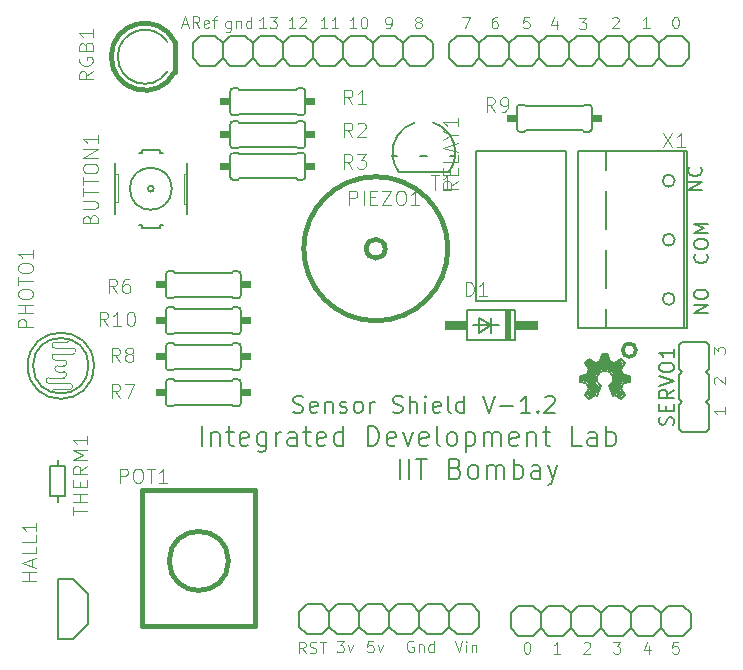
<source format=gbr>
%TF.GenerationSoftware,KiCad,Pcbnew,5.1.9-73d0e3b20d~88~ubuntu20.04.1*%
%TF.CreationDate,2021-04-10T10:54:25+05:30*%
%TF.ProjectId,shield-V1p2,73686965-6c64-42d5-9631-70322e6b6963,rev?*%
%TF.SameCoordinates,Original*%
%TF.FileFunction,Legend,Top*%
%TF.FilePolarity,Positive*%
%FSLAX46Y46*%
G04 Gerber Fmt 4.6, Leading zero omitted, Abs format (unit mm)*
G04 Created by KiCad (PCBNEW 5.1.9-73d0e3b20d~88~ubuntu20.04.1) date 2021-04-10 10:54:25*
%MOMM*%
%LPD*%
G01*
G04 APERTURE LIST*
%ADD10C,0.304800*%
%ADD11C,0.081280*%
%ADD12C,0.127000*%
%ADD13C,0.182880*%
%ADD14C,0.142240*%
%ADD15C,0.152400*%
%ADD16C,0.050800*%
%ADD17C,0.100000*%
%ADD18C,0.406400*%
%ADD19C,0.101600*%
%ADD20C,0.203200*%
%ADD21C,0.120650*%
%ADD22C,0.096520*%
%ADD23C,0.118872*%
G04 APERTURE END LIST*
D10*
X171040000Y-106349800D02*
G75*
G03*
X171040000Y-106349800I-567900J0D01*
G01*
D11*
X143063891Y-132003538D02*
X142742158Y-131543919D01*
X142512348Y-132003538D02*
X142512348Y-131038338D01*
X142880044Y-131038338D01*
X142971968Y-131084300D01*
X143017929Y-131130261D01*
X143063891Y-131222185D01*
X143063891Y-131360071D01*
X143017929Y-131451995D01*
X142971968Y-131497957D01*
X142880044Y-131543919D01*
X142512348Y-131543919D01*
X143431587Y-131957576D02*
X143569472Y-132003538D01*
X143799282Y-132003538D01*
X143891206Y-131957576D01*
X143937168Y-131911614D01*
X143983129Y-131819690D01*
X143983129Y-131727766D01*
X143937168Y-131635842D01*
X143891206Y-131589880D01*
X143799282Y-131543919D01*
X143615434Y-131497957D01*
X143523510Y-131451995D01*
X143477548Y-131406033D01*
X143431587Y-131314109D01*
X143431587Y-131222185D01*
X143477548Y-131130261D01*
X143523510Y-131084300D01*
X143615434Y-131038338D01*
X143845244Y-131038338D01*
X143983129Y-131084300D01*
X144258901Y-131038338D02*
X144810444Y-131038338D01*
X144534672Y-132003538D02*
X144534672Y-131038338D01*
X145707225Y-130982538D02*
X146304729Y-130982538D01*
X145982996Y-131350233D01*
X146120882Y-131350233D01*
X146212806Y-131396195D01*
X146258768Y-131442157D01*
X146304729Y-131534080D01*
X146304729Y-131763890D01*
X146258768Y-131855814D01*
X146212806Y-131901776D01*
X146120882Y-131947738D01*
X145845110Y-131947738D01*
X145753187Y-131901776D01*
X145707225Y-131855814D01*
X146626463Y-131304271D02*
X146856272Y-131947738D01*
X147086082Y-131304271D01*
X148798768Y-130982538D02*
X148339148Y-130982538D01*
X148293187Y-131442157D01*
X148339148Y-131396195D01*
X148431072Y-131350233D01*
X148660882Y-131350233D01*
X148752806Y-131396195D01*
X148798768Y-131442157D01*
X148844729Y-131534080D01*
X148844729Y-131763890D01*
X148798768Y-131855814D01*
X148752806Y-131901776D01*
X148660882Y-131947738D01*
X148431072Y-131947738D01*
X148339148Y-131901776D01*
X148293187Y-131855814D01*
X149166463Y-131304271D02*
X149396272Y-131947738D01*
X149626082Y-131304271D01*
X152176806Y-130992900D02*
X152084882Y-130946938D01*
X151946996Y-130946938D01*
X151809110Y-130992900D01*
X151717187Y-131084823D01*
X151671225Y-131176747D01*
X151625263Y-131360595D01*
X151625263Y-131498480D01*
X151671225Y-131682328D01*
X151717187Y-131774252D01*
X151809110Y-131866176D01*
X151946996Y-131912138D01*
X152038920Y-131912138D01*
X152176806Y-131866176D01*
X152222768Y-131820214D01*
X152222768Y-131498480D01*
X152038920Y-131498480D01*
X152636425Y-131268671D02*
X152636425Y-131912138D01*
X152636425Y-131360595D02*
X152682387Y-131314633D01*
X152774310Y-131268671D01*
X152912196Y-131268671D01*
X153004120Y-131314633D01*
X153050082Y-131406557D01*
X153050082Y-131912138D01*
X153923358Y-131912138D02*
X153923358Y-130946938D01*
X153923358Y-131866176D02*
X153831434Y-131912138D01*
X153647587Y-131912138D01*
X153555663Y-131866176D01*
X153509701Y-131820214D01*
X153463739Y-131728290D01*
X153463739Y-131452519D01*
X153509701Y-131360595D01*
X153555663Y-131314633D01*
X153647587Y-131268671D01*
X153831434Y-131268671D01*
X153923358Y-131314633D01*
X155696682Y-130982538D02*
X156018415Y-131947738D01*
X156340148Y-130982538D01*
X156661882Y-131947738D02*
X156661882Y-131304271D01*
X156661882Y-130982538D02*
X156615920Y-131028500D01*
X156661882Y-131074461D01*
X156707844Y-131028500D01*
X156661882Y-130982538D01*
X156661882Y-131074461D01*
X157121501Y-131304271D02*
X157121501Y-131947738D01*
X157121501Y-131396195D02*
X157167463Y-131350233D01*
X157259387Y-131304271D01*
X157397272Y-131304271D01*
X157489196Y-131350233D01*
X157535158Y-131442157D01*
X157535158Y-131947738D01*
X161775587Y-131073938D02*
X161867510Y-131073938D01*
X161959434Y-131119900D01*
X162005396Y-131165861D01*
X162051358Y-131257785D01*
X162097320Y-131441633D01*
X162097320Y-131671442D01*
X162051358Y-131855290D01*
X162005396Y-131947214D01*
X161959434Y-131993176D01*
X161867510Y-132039138D01*
X161775587Y-132039138D01*
X161683663Y-131993176D01*
X161637701Y-131947214D01*
X161591739Y-131855290D01*
X161545777Y-131671442D01*
X161545777Y-131441633D01*
X161591739Y-131257785D01*
X161637701Y-131165861D01*
X161683663Y-131119900D01*
X161775587Y-131073938D01*
X164637320Y-132039138D02*
X164085777Y-132039138D01*
X164361548Y-132039138D02*
X164361548Y-131073938D01*
X164269625Y-131211823D01*
X164177701Y-131303747D01*
X164085777Y-131349709D01*
X166625777Y-131165861D02*
X166671739Y-131119900D01*
X166763663Y-131073938D01*
X166993472Y-131073938D01*
X167085396Y-131119900D01*
X167131358Y-131165861D01*
X167177320Y-131257785D01*
X167177320Y-131349709D01*
X167131358Y-131487595D01*
X166579815Y-132039138D01*
X167177320Y-132039138D01*
X169119815Y-131073938D02*
X169717320Y-131073938D01*
X169395587Y-131441633D01*
X169533472Y-131441633D01*
X169625396Y-131487595D01*
X169671358Y-131533557D01*
X169717320Y-131625480D01*
X169717320Y-131855290D01*
X169671358Y-131947214D01*
X169625396Y-131993176D01*
X169533472Y-132039138D01*
X169257701Y-132039138D01*
X169165777Y-131993176D01*
X169119815Y-131947214D01*
X172165396Y-131395671D02*
X172165396Y-132039138D01*
X171935587Y-131027976D02*
X171705777Y-131717404D01*
X172303282Y-131717404D01*
X174624358Y-131073938D02*
X174164739Y-131073938D01*
X174118777Y-131533557D01*
X174164739Y-131487595D01*
X174256663Y-131441633D01*
X174486472Y-131441633D01*
X174578396Y-131487595D01*
X174624358Y-131533557D01*
X174670320Y-131625480D01*
X174670320Y-131855290D01*
X174624358Y-131947214D01*
X174578396Y-131993176D01*
X174486472Y-132039138D01*
X174256663Y-132039138D01*
X174164739Y-131993176D01*
X174118777Y-131947214D01*
X156348615Y-78150538D02*
X156992082Y-78150538D01*
X156578425Y-79115738D01*
X159267196Y-78150538D02*
X159083348Y-78150538D01*
X158991425Y-78196500D01*
X158945463Y-78242461D01*
X158853539Y-78380347D01*
X158807577Y-78564195D01*
X158807577Y-78931890D01*
X158853539Y-79023814D01*
X158899501Y-79069776D01*
X158991425Y-79115738D01*
X159175272Y-79115738D01*
X159267196Y-79069776D01*
X159313158Y-79023814D01*
X159359120Y-78931890D01*
X159359120Y-78702080D01*
X159313158Y-78610157D01*
X159267196Y-78564195D01*
X159175272Y-78518233D01*
X158991425Y-78518233D01*
X158899501Y-78564195D01*
X158853539Y-78610157D01*
X158807577Y-78702080D01*
X161980158Y-78150538D02*
X161520539Y-78150538D01*
X161474577Y-78610157D01*
X161520539Y-78564195D01*
X161612463Y-78518233D01*
X161842272Y-78518233D01*
X161934196Y-78564195D01*
X161980158Y-78610157D01*
X162026120Y-78702080D01*
X162026120Y-78931890D01*
X161980158Y-79023814D01*
X161934196Y-79069776D01*
X161842272Y-79115738D01*
X161612463Y-79115738D01*
X161520539Y-79069776D01*
X161474577Y-79023814D01*
X164321796Y-78497671D02*
X164321796Y-79141138D01*
X164091987Y-78129976D02*
X163862177Y-78819404D01*
X164459682Y-78819404D01*
X166229215Y-78201338D02*
X166826720Y-78201338D01*
X166504987Y-78569033D01*
X166642872Y-78569033D01*
X166734796Y-78614995D01*
X166780758Y-78660957D01*
X166826720Y-78752880D01*
X166826720Y-78982690D01*
X166780758Y-79074614D01*
X166734796Y-79120576D01*
X166642872Y-79166538D01*
X166367101Y-79166538D01*
X166275177Y-79120576D01*
X166229215Y-79074614D01*
X169018377Y-78242461D02*
X169064339Y-78196500D01*
X169156263Y-78150538D01*
X169386072Y-78150538D01*
X169477996Y-78196500D01*
X169523958Y-78242461D01*
X169569920Y-78334385D01*
X169569920Y-78426309D01*
X169523958Y-78564195D01*
X168972415Y-79115738D01*
X169569920Y-79115738D01*
X172186120Y-79090338D02*
X171634577Y-79090338D01*
X171910348Y-79090338D02*
X171910348Y-78125138D01*
X171818425Y-78263023D01*
X171726501Y-78354947D01*
X171634577Y-78400909D01*
X174353587Y-78125138D02*
X174445510Y-78125138D01*
X174537434Y-78171100D01*
X174583396Y-78217061D01*
X174629358Y-78308985D01*
X174675320Y-78492833D01*
X174675320Y-78722642D01*
X174629358Y-78906490D01*
X174583396Y-78998414D01*
X174537434Y-79044376D01*
X174445510Y-79090338D01*
X174353587Y-79090338D01*
X174261663Y-79044376D01*
X174215701Y-78998414D01*
X174169739Y-78906490D01*
X174123777Y-78722642D01*
X174123777Y-78492833D01*
X174169739Y-78308985D01*
X174215701Y-78217061D01*
X174261663Y-78171100D01*
X174353587Y-78125138D01*
D12*
X177030742Y-98229359D02*
X177088195Y-98286811D01*
X177145647Y-98459169D01*
X177145647Y-98574073D01*
X177088195Y-98746430D01*
X176973290Y-98861335D01*
X176858385Y-98918788D01*
X176628576Y-98976240D01*
X176456219Y-98976240D01*
X176226409Y-98918788D01*
X176111504Y-98861335D01*
X175996600Y-98746430D01*
X175939147Y-98574073D01*
X175939147Y-98459169D01*
X175996600Y-98286811D01*
X176054052Y-98229359D01*
X175939147Y-97482478D02*
X175939147Y-97252669D01*
X175996600Y-97137764D01*
X176111504Y-97022859D01*
X176341314Y-96965407D01*
X176743480Y-96965407D01*
X176973290Y-97022859D01*
X177088195Y-97137764D01*
X177145647Y-97252669D01*
X177145647Y-97482478D01*
X177088195Y-97597383D01*
X176973290Y-97712288D01*
X176743480Y-97769740D01*
X176341314Y-97769740D01*
X176111504Y-97712288D01*
X175996600Y-97597383D01*
X175939147Y-97482478D01*
X177145647Y-96448335D02*
X175939147Y-96448335D01*
X176800933Y-96046169D01*
X175939147Y-95644002D01*
X177145647Y-95644002D01*
X177145647Y-103236788D02*
X175939147Y-103236788D01*
X177145647Y-102547359D01*
X175939147Y-102547359D01*
X175939147Y-101743026D02*
X175939147Y-101513216D01*
X175996600Y-101398311D01*
X176111504Y-101283407D01*
X176341314Y-101225954D01*
X176743480Y-101225954D01*
X176973290Y-101283407D01*
X177088195Y-101398311D01*
X177145647Y-101513216D01*
X177145647Y-101743026D01*
X177088195Y-101857930D01*
X176973290Y-101972835D01*
X176743480Y-102030288D01*
X176341314Y-102030288D01*
X176111504Y-101972835D01*
X175996600Y-101857930D01*
X175939147Y-101743026D01*
X176637647Y-92822788D02*
X175431147Y-92822788D01*
X176637647Y-92133359D01*
X175431147Y-92133359D01*
X176522742Y-90869407D02*
X176580195Y-90926859D01*
X176637647Y-91099216D01*
X176637647Y-91214121D01*
X176580195Y-91386478D01*
X176465290Y-91501383D01*
X176350385Y-91558835D01*
X176120576Y-91616288D01*
X175948219Y-91616288D01*
X175718409Y-91558835D01*
X175603504Y-91501383D01*
X175488600Y-91386478D01*
X175431147Y-91214121D01*
X175431147Y-91099216D01*
X175488600Y-90926859D01*
X175546052Y-90869407D01*
D11*
X132643844Y-78768766D02*
X133103463Y-78768766D01*
X132551920Y-79044538D02*
X132873653Y-78079338D01*
X133195387Y-79044538D01*
X134068663Y-79044538D02*
X133746929Y-78584919D01*
X133517120Y-79044538D02*
X133517120Y-78079338D01*
X133884815Y-78079338D01*
X133976739Y-78125300D01*
X134022701Y-78171261D01*
X134068663Y-78263185D01*
X134068663Y-78401071D01*
X134022701Y-78492995D01*
X133976739Y-78538957D01*
X133884815Y-78584919D01*
X133517120Y-78584919D01*
X134850015Y-78998576D02*
X134758091Y-79044538D01*
X134574244Y-79044538D01*
X134482320Y-78998576D01*
X134436358Y-78906652D01*
X134436358Y-78538957D01*
X134482320Y-78447033D01*
X134574244Y-78401071D01*
X134758091Y-78401071D01*
X134850015Y-78447033D01*
X134895977Y-78538957D01*
X134895977Y-78630880D01*
X134436358Y-78722804D01*
X135171748Y-78401071D02*
X135539444Y-78401071D01*
X135309634Y-79044538D02*
X135309634Y-78217223D01*
X135355596Y-78125300D01*
X135447520Y-78079338D01*
X135539444Y-78079338D01*
X136738606Y-78472271D02*
X136738606Y-79253623D01*
X136692644Y-79345547D01*
X136646682Y-79391509D01*
X136554758Y-79437471D01*
X136416872Y-79437471D01*
X136324948Y-79391509D01*
X136738606Y-79069776D02*
X136646682Y-79115738D01*
X136462834Y-79115738D01*
X136370910Y-79069776D01*
X136324948Y-79023814D01*
X136278987Y-78931890D01*
X136278987Y-78656119D01*
X136324948Y-78564195D01*
X136370910Y-78518233D01*
X136462834Y-78472271D01*
X136646682Y-78472271D01*
X136738606Y-78518233D01*
X137198225Y-78472271D02*
X137198225Y-79115738D01*
X137198225Y-78564195D02*
X137244187Y-78518233D01*
X137336110Y-78472271D01*
X137473996Y-78472271D01*
X137565920Y-78518233D01*
X137611882Y-78610157D01*
X137611882Y-79115738D01*
X138485158Y-79115738D02*
X138485158Y-78150538D01*
X138485158Y-79069776D02*
X138393234Y-79115738D01*
X138209387Y-79115738D01*
X138117463Y-79069776D01*
X138071501Y-79023814D01*
X138025539Y-78931890D01*
X138025539Y-78656119D01*
X138071501Y-78564195D01*
X138117463Y-78518233D01*
X138209387Y-78472271D01*
X138393234Y-78472271D01*
X138485158Y-78518233D01*
X139694682Y-79115738D02*
X139143139Y-79115738D01*
X139418910Y-79115738D02*
X139418910Y-78150538D01*
X139326987Y-78288423D01*
X139235063Y-78380347D01*
X139143139Y-78426309D01*
X140016415Y-78150538D02*
X140613920Y-78150538D01*
X140292187Y-78518233D01*
X140430072Y-78518233D01*
X140521996Y-78564195D01*
X140567958Y-78610157D01*
X140613920Y-78702080D01*
X140613920Y-78931890D01*
X140567958Y-79023814D01*
X140521996Y-79069776D01*
X140430072Y-79115738D01*
X140154301Y-79115738D01*
X140062377Y-79069776D01*
X140016415Y-79023814D01*
X142183882Y-79115738D02*
X141632339Y-79115738D01*
X141908110Y-79115738D02*
X141908110Y-78150538D01*
X141816187Y-78288423D01*
X141724263Y-78380347D01*
X141632339Y-78426309D01*
X142551577Y-78242461D02*
X142597539Y-78196500D01*
X142689463Y-78150538D01*
X142919272Y-78150538D01*
X143011196Y-78196500D01*
X143057158Y-78242461D01*
X143103120Y-78334385D01*
X143103120Y-78426309D01*
X143057158Y-78564195D01*
X142505615Y-79115738D01*
X143103120Y-79115738D01*
X144901682Y-79115738D02*
X144350139Y-79115738D01*
X144625910Y-79115738D02*
X144625910Y-78150538D01*
X144533987Y-78288423D01*
X144442063Y-78380347D01*
X144350139Y-78426309D01*
X145820920Y-79115738D02*
X145269377Y-79115738D01*
X145545148Y-79115738D02*
X145545148Y-78150538D01*
X145453225Y-78288423D01*
X145361301Y-78380347D01*
X145269377Y-78426309D01*
X147365482Y-79115738D02*
X146813939Y-79115738D01*
X147089710Y-79115738D02*
X147089710Y-78150538D01*
X146997787Y-78288423D01*
X146905863Y-78380347D01*
X146813939Y-78426309D01*
X147962987Y-78150538D02*
X148054910Y-78150538D01*
X148146834Y-78196500D01*
X148192796Y-78242461D01*
X148238758Y-78334385D01*
X148284720Y-78518233D01*
X148284720Y-78748042D01*
X148238758Y-78931890D01*
X148192796Y-79023814D01*
X148146834Y-79069776D01*
X148054910Y-79115738D01*
X147962987Y-79115738D01*
X147871063Y-79069776D01*
X147825101Y-79023814D01*
X147779139Y-78931890D01*
X147733177Y-78748042D01*
X147733177Y-78518233D01*
X147779139Y-78334385D01*
X147825101Y-78242461D01*
X147871063Y-78196500D01*
X147962987Y-78150538D01*
X149907901Y-79115738D02*
X150091748Y-79115738D01*
X150183672Y-79069776D01*
X150229634Y-79023814D01*
X150321558Y-78885928D01*
X150367520Y-78702080D01*
X150367520Y-78334385D01*
X150321558Y-78242461D01*
X150275596Y-78196500D01*
X150183672Y-78150538D01*
X149999825Y-78150538D01*
X149907901Y-78196500D01*
X149861939Y-78242461D01*
X149815977Y-78334385D01*
X149815977Y-78564195D01*
X149861939Y-78656119D01*
X149907901Y-78702080D01*
X149999825Y-78748042D01*
X150183672Y-78748042D01*
X150275596Y-78702080D01*
X150321558Y-78656119D01*
X150367520Y-78564195D01*
X152514425Y-78564195D02*
X152422501Y-78518233D01*
X152376539Y-78472271D01*
X152330577Y-78380347D01*
X152330577Y-78334385D01*
X152376539Y-78242461D01*
X152422501Y-78196500D01*
X152514425Y-78150538D01*
X152698272Y-78150538D01*
X152790196Y-78196500D01*
X152836158Y-78242461D01*
X152882120Y-78334385D01*
X152882120Y-78380347D01*
X152836158Y-78472271D01*
X152790196Y-78518233D01*
X152698272Y-78564195D01*
X152514425Y-78564195D01*
X152422501Y-78610157D01*
X152376539Y-78656119D01*
X152330577Y-78748042D01*
X152330577Y-78931890D01*
X152376539Y-79023814D01*
X152422501Y-79069776D01*
X152514425Y-79115738D01*
X152698272Y-79115738D01*
X152790196Y-79069776D01*
X152836158Y-79023814D01*
X152882120Y-78931890D01*
X152882120Y-78748042D01*
X152836158Y-78656119D01*
X152790196Y-78610157D01*
X152698272Y-78564195D01*
D13*
X142037743Y-111596714D02*
X142244572Y-111665657D01*
X142589286Y-111665657D01*
X142727172Y-111596714D01*
X142796114Y-111527771D01*
X142865057Y-111389885D01*
X142865057Y-111252000D01*
X142796114Y-111114114D01*
X142727172Y-111045171D01*
X142589286Y-110976228D01*
X142313514Y-110907285D01*
X142175629Y-110838342D01*
X142106686Y-110769400D01*
X142037743Y-110631514D01*
X142037743Y-110493628D01*
X142106686Y-110355742D01*
X142175629Y-110286800D01*
X142313514Y-110217857D01*
X142658229Y-110217857D01*
X142865057Y-110286800D01*
X144037086Y-111596714D02*
X143899200Y-111665657D01*
X143623429Y-111665657D01*
X143485543Y-111596714D01*
X143416600Y-111458828D01*
X143416600Y-110907285D01*
X143485543Y-110769400D01*
X143623429Y-110700457D01*
X143899200Y-110700457D01*
X144037086Y-110769400D01*
X144106029Y-110907285D01*
X144106029Y-111045171D01*
X143416600Y-111183057D01*
X144726514Y-110700457D02*
X144726514Y-111665657D01*
X144726514Y-110838342D02*
X144795457Y-110769400D01*
X144933343Y-110700457D01*
X145140172Y-110700457D01*
X145278057Y-110769400D01*
X145347000Y-110907285D01*
X145347000Y-111665657D01*
X145967486Y-111596714D02*
X146105372Y-111665657D01*
X146381143Y-111665657D01*
X146519029Y-111596714D01*
X146587972Y-111458828D01*
X146587972Y-111389885D01*
X146519029Y-111252000D01*
X146381143Y-111183057D01*
X146174314Y-111183057D01*
X146036429Y-111114114D01*
X145967486Y-110976228D01*
X145967486Y-110907285D01*
X146036429Y-110769400D01*
X146174314Y-110700457D01*
X146381143Y-110700457D01*
X146519029Y-110769400D01*
X147415286Y-111665657D02*
X147277400Y-111596714D01*
X147208457Y-111527771D01*
X147139514Y-111389885D01*
X147139514Y-110976228D01*
X147208457Y-110838342D01*
X147277400Y-110769400D01*
X147415286Y-110700457D01*
X147622114Y-110700457D01*
X147760000Y-110769400D01*
X147828943Y-110838342D01*
X147897886Y-110976228D01*
X147897886Y-111389885D01*
X147828943Y-111527771D01*
X147760000Y-111596714D01*
X147622114Y-111665657D01*
X147415286Y-111665657D01*
X148518372Y-111665657D02*
X148518372Y-110700457D01*
X148518372Y-110976228D02*
X148587314Y-110838342D01*
X148656257Y-110769400D01*
X148794143Y-110700457D01*
X148932029Y-110700457D01*
X150448772Y-111596714D02*
X150655600Y-111665657D01*
X151000314Y-111665657D01*
X151138200Y-111596714D01*
X151207143Y-111527771D01*
X151276086Y-111389885D01*
X151276086Y-111252000D01*
X151207143Y-111114114D01*
X151138200Y-111045171D01*
X151000314Y-110976228D01*
X150724543Y-110907285D01*
X150586657Y-110838342D01*
X150517714Y-110769400D01*
X150448772Y-110631514D01*
X150448772Y-110493628D01*
X150517714Y-110355742D01*
X150586657Y-110286800D01*
X150724543Y-110217857D01*
X151069257Y-110217857D01*
X151276086Y-110286800D01*
X151896572Y-111665657D02*
X151896572Y-110217857D01*
X152517057Y-111665657D02*
X152517057Y-110907285D01*
X152448114Y-110769400D01*
X152310229Y-110700457D01*
X152103400Y-110700457D01*
X151965514Y-110769400D01*
X151896572Y-110838342D01*
X153206486Y-111665657D02*
X153206486Y-110700457D01*
X153206486Y-110217857D02*
X153137543Y-110286800D01*
X153206486Y-110355742D01*
X153275429Y-110286800D01*
X153206486Y-110217857D01*
X153206486Y-110355742D01*
X154447457Y-111596714D02*
X154309572Y-111665657D01*
X154033800Y-111665657D01*
X153895914Y-111596714D01*
X153826972Y-111458828D01*
X153826972Y-110907285D01*
X153895914Y-110769400D01*
X154033800Y-110700457D01*
X154309572Y-110700457D01*
X154447457Y-110769400D01*
X154516400Y-110907285D01*
X154516400Y-111045171D01*
X153826972Y-111183057D01*
X155343714Y-111665657D02*
X155205829Y-111596714D01*
X155136886Y-111458828D01*
X155136886Y-110217857D01*
X156515743Y-111665657D02*
X156515743Y-110217857D01*
X156515743Y-111596714D02*
X156377857Y-111665657D01*
X156102086Y-111665657D01*
X155964200Y-111596714D01*
X155895257Y-111527771D01*
X155826314Y-111389885D01*
X155826314Y-110976228D01*
X155895257Y-110838342D01*
X155964200Y-110769400D01*
X156102086Y-110700457D01*
X156377857Y-110700457D01*
X156515743Y-110769400D01*
X158101429Y-110217857D02*
X158584029Y-111665657D01*
X159066629Y-110217857D01*
X159549229Y-111114114D02*
X160652314Y-111114114D01*
X162100114Y-111665657D02*
X161272800Y-111665657D01*
X161686457Y-111665657D02*
X161686457Y-110217857D01*
X161548572Y-110424685D01*
X161410686Y-110562571D01*
X161272800Y-110631514D01*
X162720600Y-111527771D02*
X162789543Y-111596714D01*
X162720600Y-111665657D01*
X162651657Y-111596714D01*
X162720600Y-111527771D01*
X162720600Y-111665657D01*
X163341086Y-110355742D02*
X163410029Y-110286800D01*
X163547914Y-110217857D01*
X163892629Y-110217857D01*
X164030514Y-110286800D01*
X164099457Y-110355742D01*
X164168400Y-110493628D01*
X164168400Y-110631514D01*
X164099457Y-110838342D01*
X163272143Y-111665657D01*
X164168400Y-111665657D01*
D14*
X134263722Y-114448166D02*
X134263722Y-112759066D01*
X135068056Y-113322100D02*
X135068056Y-114448166D01*
X135068056Y-113482966D02*
X135148489Y-113402533D01*
X135309356Y-113322100D01*
X135550656Y-113322100D01*
X135711522Y-113402533D01*
X135791956Y-113563400D01*
X135791956Y-114448166D01*
X136354989Y-113322100D02*
X136998456Y-113322100D01*
X136596289Y-112759066D02*
X136596289Y-114206866D01*
X136676722Y-114367733D01*
X136837589Y-114448166D01*
X136998456Y-114448166D01*
X138204956Y-114367733D02*
X138044089Y-114448166D01*
X137722356Y-114448166D01*
X137561489Y-114367733D01*
X137481056Y-114206866D01*
X137481056Y-113563400D01*
X137561489Y-113402533D01*
X137722356Y-113322100D01*
X138044089Y-113322100D01*
X138204956Y-113402533D01*
X138285389Y-113563400D01*
X138285389Y-113724266D01*
X137481056Y-113885133D01*
X139733189Y-113322100D02*
X139733189Y-114689466D01*
X139652756Y-114850333D01*
X139572322Y-114930766D01*
X139411456Y-115011200D01*
X139170156Y-115011200D01*
X139009289Y-114930766D01*
X139733189Y-114367733D02*
X139572322Y-114448166D01*
X139250589Y-114448166D01*
X139089722Y-114367733D01*
X139009289Y-114287300D01*
X138928856Y-114126433D01*
X138928856Y-113643833D01*
X139009289Y-113482966D01*
X139089722Y-113402533D01*
X139250589Y-113322100D01*
X139572322Y-113322100D01*
X139733189Y-113402533D01*
X140537522Y-114448166D02*
X140537522Y-113322100D01*
X140537522Y-113643833D02*
X140617956Y-113482966D01*
X140698389Y-113402533D01*
X140859256Y-113322100D01*
X141020122Y-113322100D01*
X142307056Y-114448166D02*
X142307056Y-113563400D01*
X142226622Y-113402533D01*
X142065756Y-113322100D01*
X141744022Y-113322100D01*
X141583156Y-113402533D01*
X142307056Y-114367733D02*
X142146189Y-114448166D01*
X141744022Y-114448166D01*
X141583156Y-114367733D01*
X141502722Y-114206866D01*
X141502722Y-114046000D01*
X141583156Y-113885133D01*
X141744022Y-113804700D01*
X142146189Y-113804700D01*
X142307056Y-113724266D01*
X142870089Y-113322100D02*
X143513556Y-113322100D01*
X143111389Y-112759066D02*
X143111389Y-114206866D01*
X143191822Y-114367733D01*
X143352689Y-114448166D01*
X143513556Y-114448166D01*
X144720056Y-114367733D02*
X144559189Y-114448166D01*
X144237456Y-114448166D01*
X144076589Y-114367733D01*
X143996156Y-114206866D01*
X143996156Y-113563400D01*
X144076589Y-113402533D01*
X144237456Y-113322100D01*
X144559189Y-113322100D01*
X144720056Y-113402533D01*
X144800489Y-113563400D01*
X144800489Y-113724266D01*
X143996156Y-113885133D01*
X146248289Y-114448166D02*
X146248289Y-112759066D01*
X146248289Y-114367733D02*
X146087422Y-114448166D01*
X145765689Y-114448166D01*
X145604822Y-114367733D01*
X145524389Y-114287300D01*
X145443956Y-114126433D01*
X145443956Y-113643833D01*
X145524389Y-113482966D01*
X145604822Y-113402533D01*
X145765689Y-113322100D01*
X146087422Y-113322100D01*
X146248289Y-113402533D01*
X148339556Y-114448166D02*
X148339556Y-112759066D01*
X148741722Y-112759066D01*
X148983022Y-112839500D01*
X149143889Y-113000366D01*
X149224322Y-113161233D01*
X149304756Y-113482966D01*
X149304756Y-113724266D01*
X149224322Y-114046000D01*
X149143889Y-114206866D01*
X148983022Y-114367733D01*
X148741722Y-114448166D01*
X148339556Y-114448166D01*
X150672122Y-114367733D02*
X150511256Y-114448166D01*
X150189522Y-114448166D01*
X150028656Y-114367733D01*
X149948222Y-114206866D01*
X149948222Y-113563400D01*
X150028656Y-113402533D01*
X150189522Y-113322100D01*
X150511256Y-113322100D01*
X150672122Y-113402533D01*
X150752556Y-113563400D01*
X150752556Y-113724266D01*
X149948222Y-113885133D01*
X151315589Y-113322100D02*
X151717756Y-114448166D01*
X152119922Y-113322100D01*
X153406856Y-114367733D02*
X153245989Y-114448166D01*
X152924256Y-114448166D01*
X152763389Y-114367733D01*
X152682956Y-114206866D01*
X152682956Y-113563400D01*
X152763389Y-113402533D01*
X152924256Y-113322100D01*
X153245989Y-113322100D01*
X153406856Y-113402533D01*
X153487289Y-113563400D01*
X153487289Y-113724266D01*
X152682956Y-113885133D01*
X154452489Y-114448166D02*
X154291622Y-114367733D01*
X154211189Y-114206866D01*
X154211189Y-112759066D01*
X155337256Y-114448166D02*
X155176389Y-114367733D01*
X155095956Y-114287300D01*
X155015522Y-114126433D01*
X155015522Y-113643833D01*
X155095956Y-113482966D01*
X155176389Y-113402533D01*
X155337256Y-113322100D01*
X155578556Y-113322100D01*
X155739422Y-113402533D01*
X155819856Y-113482966D01*
X155900289Y-113643833D01*
X155900289Y-114126433D01*
X155819856Y-114287300D01*
X155739422Y-114367733D01*
X155578556Y-114448166D01*
X155337256Y-114448166D01*
X156624189Y-113322100D02*
X156624189Y-115011200D01*
X156624189Y-113402533D02*
X156785056Y-113322100D01*
X157106789Y-113322100D01*
X157267656Y-113402533D01*
X157348089Y-113482966D01*
X157428522Y-113643833D01*
X157428522Y-114126433D01*
X157348089Y-114287300D01*
X157267656Y-114367733D01*
X157106789Y-114448166D01*
X156785056Y-114448166D01*
X156624189Y-114367733D01*
X158152422Y-114448166D02*
X158152422Y-113322100D01*
X158152422Y-113482966D02*
X158232856Y-113402533D01*
X158393722Y-113322100D01*
X158635022Y-113322100D01*
X158795889Y-113402533D01*
X158876322Y-113563400D01*
X158876322Y-114448166D01*
X158876322Y-113563400D02*
X158956756Y-113402533D01*
X159117622Y-113322100D01*
X159358922Y-113322100D01*
X159519789Y-113402533D01*
X159600222Y-113563400D01*
X159600222Y-114448166D01*
X161048022Y-114367733D02*
X160887156Y-114448166D01*
X160565422Y-114448166D01*
X160404556Y-114367733D01*
X160324122Y-114206866D01*
X160324122Y-113563400D01*
X160404556Y-113402533D01*
X160565422Y-113322100D01*
X160887156Y-113322100D01*
X161048022Y-113402533D01*
X161128456Y-113563400D01*
X161128456Y-113724266D01*
X160324122Y-113885133D01*
X161852356Y-113322100D02*
X161852356Y-114448166D01*
X161852356Y-113482966D02*
X161932789Y-113402533D01*
X162093656Y-113322100D01*
X162334956Y-113322100D01*
X162495822Y-113402533D01*
X162576256Y-113563400D01*
X162576256Y-114448166D01*
X163139289Y-113322100D02*
X163782756Y-113322100D01*
X163380589Y-112759066D02*
X163380589Y-114206866D01*
X163461022Y-114367733D01*
X163621889Y-114448166D01*
X163782756Y-114448166D01*
X166437056Y-114448166D02*
X165632722Y-114448166D01*
X165632722Y-112759066D01*
X167723989Y-114448166D02*
X167723989Y-113563400D01*
X167643556Y-113402533D01*
X167482689Y-113322100D01*
X167160956Y-113322100D01*
X167000089Y-113402533D01*
X167723989Y-114367733D02*
X167563122Y-114448166D01*
X167160956Y-114448166D01*
X167000089Y-114367733D01*
X166919656Y-114206866D01*
X166919656Y-114046000D01*
X167000089Y-113885133D01*
X167160956Y-113804700D01*
X167563122Y-113804700D01*
X167723989Y-113724266D01*
X168528322Y-114448166D02*
X168528322Y-112759066D01*
X168528322Y-113402533D02*
X168689189Y-113322100D01*
X169010922Y-113322100D01*
X169171789Y-113402533D01*
X169252222Y-113482966D01*
X169332656Y-113643833D01*
X169332656Y-114126433D01*
X169252222Y-114287300D01*
X169171789Y-114367733D01*
X169010922Y-114448166D01*
X168689189Y-114448166D01*
X168528322Y-114367733D01*
X151027722Y-117242166D02*
X151027722Y-115553066D01*
X151832056Y-117242166D02*
X151832056Y-115553066D01*
X152395089Y-115553066D02*
X153360289Y-115553066D01*
X152877689Y-117242166D02*
X152877689Y-115553066D01*
X155773289Y-116357400D02*
X156014589Y-116437833D01*
X156095022Y-116518266D01*
X156175456Y-116679133D01*
X156175456Y-116920433D01*
X156095022Y-117081300D01*
X156014589Y-117161733D01*
X155853722Y-117242166D01*
X155210256Y-117242166D01*
X155210256Y-115553066D01*
X155773289Y-115553066D01*
X155934156Y-115633500D01*
X156014589Y-115713933D01*
X156095022Y-115874800D01*
X156095022Y-116035666D01*
X156014589Y-116196533D01*
X155934156Y-116276966D01*
X155773289Y-116357400D01*
X155210256Y-116357400D01*
X157140656Y-117242166D02*
X156979789Y-117161733D01*
X156899356Y-117081300D01*
X156818922Y-116920433D01*
X156818922Y-116437833D01*
X156899356Y-116276966D01*
X156979789Y-116196533D01*
X157140656Y-116116100D01*
X157381956Y-116116100D01*
X157542822Y-116196533D01*
X157623256Y-116276966D01*
X157703689Y-116437833D01*
X157703689Y-116920433D01*
X157623256Y-117081300D01*
X157542822Y-117161733D01*
X157381956Y-117242166D01*
X157140656Y-117242166D01*
X158427589Y-117242166D02*
X158427589Y-116116100D01*
X158427589Y-116276966D02*
X158508022Y-116196533D01*
X158668889Y-116116100D01*
X158910189Y-116116100D01*
X159071056Y-116196533D01*
X159151489Y-116357400D01*
X159151489Y-117242166D01*
X159151489Y-116357400D02*
X159231922Y-116196533D01*
X159392789Y-116116100D01*
X159634089Y-116116100D01*
X159794956Y-116196533D01*
X159875389Y-116357400D01*
X159875389Y-117242166D01*
X160679722Y-117242166D02*
X160679722Y-115553066D01*
X160679722Y-116196533D02*
X160840589Y-116116100D01*
X161162322Y-116116100D01*
X161323189Y-116196533D01*
X161403622Y-116276966D01*
X161484056Y-116437833D01*
X161484056Y-116920433D01*
X161403622Y-117081300D01*
X161323189Y-117161733D01*
X161162322Y-117242166D01*
X160840589Y-117242166D01*
X160679722Y-117161733D01*
X162931856Y-117242166D02*
X162931856Y-116357400D01*
X162851422Y-116196533D01*
X162690556Y-116116100D01*
X162368822Y-116116100D01*
X162207956Y-116196533D01*
X162931856Y-117161733D02*
X162770989Y-117242166D01*
X162368822Y-117242166D01*
X162207956Y-117161733D01*
X162127522Y-117000866D01*
X162127522Y-116840000D01*
X162207956Y-116679133D01*
X162368822Y-116598700D01*
X162770989Y-116598700D01*
X162931856Y-116518266D01*
X163575322Y-116116100D02*
X163977489Y-117242166D01*
X164379656Y-116116100D02*
X163977489Y-117242166D01*
X163816622Y-117644333D01*
X163736189Y-117724766D01*
X163575322Y-117805200D01*
D15*
%TO.C,JP1*%
X137960100Y-82270600D02*
X136690100Y-82270600D01*
X136690100Y-82270600D02*
X136055100Y-81635600D01*
X136055100Y-81635600D02*
X136055100Y-80365600D01*
X136055100Y-80365600D02*
X136690100Y-79730600D01*
X141135100Y-81635600D02*
X140500100Y-82270600D01*
X140500100Y-82270600D02*
X139230100Y-82270600D01*
X139230100Y-82270600D02*
X138595100Y-81635600D01*
X138595100Y-81635600D02*
X138595100Y-80365600D01*
X138595100Y-80365600D02*
X139230100Y-79730600D01*
X139230100Y-79730600D02*
X140500100Y-79730600D01*
X140500100Y-79730600D02*
X141135100Y-80365600D01*
X137960100Y-82270600D02*
X138595100Y-81635600D01*
X138595100Y-80365600D02*
X137960100Y-79730600D01*
X136690100Y-79730600D02*
X137960100Y-79730600D01*
X145580100Y-82270600D02*
X144310100Y-82270600D01*
X144310100Y-82270600D02*
X143675100Y-81635600D01*
X143675100Y-81635600D02*
X143675100Y-80365600D01*
X143675100Y-80365600D02*
X144310100Y-79730600D01*
X143675100Y-81635600D02*
X143040100Y-82270600D01*
X143040100Y-82270600D02*
X141770100Y-82270600D01*
X141770100Y-82270600D02*
X141135100Y-81635600D01*
X141135100Y-81635600D02*
X141135100Y-80365600D01*
X141135100Y-80365600D02*
X141770100Y-79730600D01*
X141770100Y-79730600D02*
X143040100Y-79730600D01*
X143040100Y-79730600D02*
X143675100Y-80365600D01*
X148755100Y-81635600D02*
X148120100Y-82270600D01*
X148120100Y-82270600D02*
X146850100Y-82270600D01*
X146850100Y-82270600D02*
X146215100Y-81635600D01*
X146215100Y-81635600D02*
X146215100Y-80365600D01*
X146215100Y-80365600D02*
X146850100Y-79730600D01*
X146850100Y-79730600D02*
X148120100Y-79730600D01*
X148120100Y-79730600D02*
X148755100Y-80365600D01*
X145580100Y-82270600D02*
X146215100Y-81635600D01*
X146215100Y-80365600D02*
X145580100Y-79730600D01*
X144310100Y-79730600D02*
X145580100Y-79730600D01*
X153200100Y-82270600D02*
X151930100Y-82270600D01*
X151930100Y-82270600D02*
X151295100Y-81635600D01*
X151295100Y-81635600D02*
X151295100Y-80365600D01*
X151295100Y-80365600D02*
X151930100Y-79730600D01*
X151295100Y-81635600D02*
X150660100Y-82270600D01*
X150660100Y-82270600D02*
X149390100Y-82270600D01*
X149390100Y-82270600D02*
X148755100Y-81635600D01*
X148755100Y-81635600D02*
X148755100Y-80365600D01*
X148755100Y-80365600D02*
X149390100Y-79730600D01*
X149390100Y-79730600D02*
X150660100Y-79730600D01*
X150660100Y-79730600D02*
X151295100Y-80365600D01*
X153835100Y-81635600D02*
X153835100Y-80365600D01*
X153200100Y-82270600D02*
X153835100Y-81635600D01*
X153835100Y-80365600D02*
X153200100Y-79730600D01*
X151930100Y-79730600D02*
X153200100Y-79730600D01*
X135420100Y-82270600D02*
X134150100Y-82270600D01*
X134150100Y-82270600D02*
X133515100Y-81635600D01*
X133515100Y-81635600D02*
X133515100Y-80365600D01*
X133515100Y-80365600D02*
X134150100Y-79730600D01*
X135420100Y-82270600D02*
X136055100Y-81635600D01*
X136055100Y-80365600D02*
X135420100Y-79730600D01*
X134150100Y-79730600D02*
X135420100Y-79730600D01*
%TO.C,JP2*%
X159677100Y-82270600D02*
X158407100Y-82270600D01*
X158407100Y-82270600D02*
X157772100Y-81635600D01*
X157772100Y-81635600D02*
X157772100Y-80365600D01*
X157772100Y-80365600D02*
X158407100Y-79730600D01*
X162852100Y-81635600D02*
X162217100Y-82270600D01*
X162217100Y-82270600D02*
X160947100Y-82270600D01*
X160947100Y-82270600D02*
X160312100Y-81635600D01*
X160312100Y-81635600D02*
X160312100Y-80365600D01*
X160312100Y-80365600D02*
X160947100Y-79730600D01*
X160947100Y-79730600D02*
X162217100Y-79730600D01*
X162217100Y-79730600D02*
X162852100Y-80365600D01*
X159677100Y-82270600D02*
X160312100Y-81635600D01*
X160312100Y-80365600D02*
X159677100Y-79730600D01*
X158407100Y-79730600D02*
X159677100Y-79730600D01*
X167297100Y-82270600D02*
X166027100Y-82270600D01*
X166027100Y-82270600D02*
X165392100Y-81635600D01*
X165392100Y-81635600D02*
X165392100Y-80365600D01*
X165392100Y-80365600D02*
X166027100Y-79730600D01*
X165392100Y-81635600D02*
X164757100Y-82270600D01*
X164757100Y-82270600D02*
X163487100Y-82270600D01*
X163487100Y-82270600D02*
X162852100Y-81635600D01*
X162852100Y-81635600D02*
X162852100Y-80365600D01*
X162852100Y-80365600D02*
X163487100Y-79730600D01*
X163487100Y-79730600D02*
X164757100Y-79730600D01*
X164757100Y-79730600D02*
X165392100Y-80365600D01*
X170472100Y-81635600D02*
X169837100Y-82270600D01*
X169837100Y-82270600D02*
X168567100Y-82270600D01*
X168567100Y-82270600D02*
X167932100Y-81635600D01*
X167932100Y-81635600D02*
X167932100Y-80365600D01*
X167932100Y-80365600D02*
X168567100Y-79730600D01*
X168567100Y-79730600D02*
X169837100Y-79730600D01*
X169837100Y-79730600D02*
X170472100Y-80365600D01*
X167297100Y-82270600D02*
X167932100Y-81635600D01*
X167932100Y-80365600D02*
X167297100Y-79730600D01*
X166027100Y-79730600D02*
X167297100Y-79730600D01*
X174917100Y-82270600D02*
X173647100Y-82270600D01*
X173647100Y-82270600D02*
X173012100Y-81635600D01*
X173012100Y-81635600D02*
X173012100Y-80365600D01*
X173012100Y-80365600D02*
X173647100Y-79730600D01*
X173012100Y-81635600D02*
X172377100Y-82270600D01*
X172377100Y-82270600D02*
X171107100Y-82270600D01*
X171107100Y-82270600D02*
X170472100Y-81635600D01*
X170472100Y-81635600D02*
X170472100Y-80365600D01*
X170472100Y-80365600D02*
X171107100Y-79730600D01*
X171107100Y-79730600D02*
X172377100Y-79730600D01*
X172377100Y-79730600D02*
X173012100Y-80365600D01*
X175552100Y-81635600D02*
X175552100Y-80365600D01*
X174917100Y-82270600D02*
X175552100Y-81635600D01*
X175552100Y-80365600D02*
X174917100Y-79730600D01*
X173647100Y-79730600D02*
X174917100Y-79730600D01*
X157137100Y-82270600D02*
X155867100Y-82270600D01*
X155867100Y-82270600D02*
X155232100Y-81635600D01*
X155232100Y-81635600D02*
X155232100Y-80365600D01*
X155232100Y-80365600D02*
X155867100Y-79730600D01*
X157137100Y-82270600D02*
X157772100Y-81635600D01*
X157772100Y-80365600D02*
X157137100Y-79730600D01*
X155867100Y-79730600D02*
X157137100Y-79730600D01*
%TO.C,JP3*%
X149517100Y-130403600D02*
X148247100Y-130403600D01*
X148247100Y-130403600D02*
X147612100Y-129768600D01*
X147612100Y-129768600D02*
X147612100Y-128498600D01*
X147612100Y-128498600D02*
X148247100Y-127863600D01*
X147612100Y-129768600D02*
X146977100Y-130403600D01*
X146977100Y-130403600D02*
X145707100Y-130403600D01*
X145707100Y-130403600D02*
X145072100Y-129768600D01*
X145072100Y-129768600D02*
X145072100Y-128498600D01*
X145072100Y-128498600D02*
X145707100Y-127863600D01*
X145707100Y-127863600D02*
X146977100Y-127863600D01*
X146977100Y-127863600D02*
X147612100Y-128498600D01*
X152692100Y-129768600D02*
X152057100Y-130403600D01*
X152057100Y-130403600D02*
X150787100Y-130403600D01*
X150787100Y-130403600D02*
X150152100Y-129768600D01*
X150152100Y-129768600D02*
X150152100Y-128498600D01*
X150152100Y-128498600D02*
X150787100Y-127863600D01*
X150787100Y-127863600D02*
X152057100Y-127863600D01*
X152057100Y-127863600D02*
X152692100Y-128498600D01*
X149517100Y-130403600D02*
X150152100Y-129768600D01*
X150152100Y-128498600D02*
X149517100Y-127863600D01*
X148247100Y-127863600D02*
X149517100Y-127863600D01*
X157137100Y-130403600D02*
X155867100Y-130403600D01*
X155867100Y-130403600D02*
X155232100Y-129768600D01*
X155232100Y-129768600D02*
X155232100Y-128498600D01*
X155232100Y-128498600D02*
X155867100Y-127863600D01*
X155232100Y-129768600D02*
X154597100Y-130403600D01*
X154597100Y-130403600D02*
X153327100Y-130403600D01*
X153327100Y-130403600D02*
X152692100Y-129768600D01*
X152692100Y-129768600D02*
X152692100Y-128498600D01*
X152692100Y-128498600D02*
X153327100Y-127863600D01*
X153327100Y-127863600D02*
X154597100Y-127863600D01*
X154597100Y-127863600D02*
X155232100Y-128498600D01*
X157772100Y-129768600D02*
X157772100Y-128498600D01*
X157137100Y-130403600D02*
X157772100Y-129768600D01*
X157772100Y-128498600D02*
X157137100Y-127863600D01*
X155867100Y-127863600D02*
X157137100Y-127863600D01*
X144437100Y-130403600D02*
X143167100Y-130403600D01*
X143167100Y-130403600D02*
X142532100Y-129768600D01*
X142532100Y-129768600D02*
X142532100Y-128498600D01*
X142532100Y-128498600D02*
X143167100Y-127863600D01*
X144437100Y-130403600D02*
X145072100Y-129768600D01*
X145072100Y-128498600D02*
X144437100Y-127863600D01*
X143167100Y-127863600D02*
X144437100Y-127863600D01*
%TO.C,JP4*%
X167424100Y-130530600D02*
X166154100Y-130530600D01*
X166154100Y-130530600D02*
X165519100Y-129895600D01*
X165519100Y-129895600D02*
X165519100Y-128625600D01*
X165519100Y-128625600D02*
X166154100Y-127990600D01*
X165519100Y-129895600D02*
X164884100Y-130530600D01*
X164884100Y-130530600D02*
X163614100Y-130530600D01*
X163614100Y-130530600D02*
X162979100Y-129895600D01*
X162979100Y-129895600D02*
X162979100Y-128625600D01*
X162979100Y-128625600D02*
X163614100Y-127990600D01*
X163614100Y-127990600D02*
X164884100Y-127990600D01*
X164884100Y-127990600D02*
X165519100Y-128625600D01*
X170599100Y-129895600D02*
X169964100Y-130530600D01*
X169964100Y-130530600D02*
X168694100Y-130530600D01*
X168694100Y-130530600D02*
X168059100Y-129895600D01*
X168059100Y-129895600D02*
X168059100Y-128625600D01*
X168059100Y-128625600D02*
X168694100Y-127990600D01*
X168694100Y-127990600D02*
X169964100Y-127990600D01*
X169964100Y-127990600D02*
X170599100Y-128625600D01*
X167424100Y-130530600D02*
X168059100Y-129895600D01*
X168059100Y-128625600D02*
X167424100Y-127990600D01*
X166154100Y-127990600D02*
X167424100Y-127990600D01*
X175044100Y-130530600D02*
X173774100Y-130530600D01*
X173774100Y-130530600D02*
X173139100Y-129895600D01*
X173139100Y-129895600D02*
X173139100Y-128625600D01*
X173139100Y-128625600D02*
X173774100Y-127990600D01*
X173139100Y-129895600D02*
X172504100Y-130530600D01*
X172504100Y-130530600D02*
X171234100Y-130530600D01*
X171234100Y-130530600D02*
X170599100Y-129895600D01*
X170599100Y-129895600D02*
X170599100Y-128625600D01*
X170599100Y-128625600D02*
X171234100Y-127990600D01*
X171234100Y-127990600D02*
X172504100Y-127990600D01*
X172504100Y-127990600D02*
X173139100Y-128625600D01*
X175679100Y-129895600D02*
X175679100Y-128625600D01*
X175044100Y-130530600D02*
X175679100Y-129895600D01*
X175679100Y-128625600D02*
X175044100Y-127990600D01*
X173774100Y-127990600D02*
X175044100Y-127990600D01*
X162344100Y-130530600D02*
X161074100Y-130530600D01*
X161074100Y-130530600D02*
X160439100Y-129895600D01*
X160439100Y-129895600D02*
X160439100Y-128625600D01*
X160439100Y-128625600D02*
X161074100Y-127990600D01*
X162344100Y-130530600D02*
X162979100Y-129895600D01*
X162979100Y-128625600D02*
X162344100Y-127990600D01*
X161074100Y-127990600D02*
X162344100Y-127990600D01*
%TO.C,BUTTON1*%
X129197100Y-95986600D02*
X129197100Y-95732600D01*
X129197100Y-95986600D02*
X130721100Y-95986600D01*
X130721100Y-95732600D02*
X130721100Y-95986600D01*
X130721100Y-89382600D02*
X130721100Y-89636600D01*
X130721100Y-89382600D02*
X129197100Y-89382600D01*
X129197100Y-89636600D02*
X129197100Y-89382600D01*
D16*
X133007100Y-91414600D02*
X132753100Y-91414600D01*
X132753100Y-93954600D02*
X132753100Y-91414600D01*
X132753100Y-93954600D02*
X133007100Y-93954600D01*
X127165100Y-93827600D02*
X127165100Y-91414600D01*
X127165100Y-93827600D02*
X126911100Y-93827600D01*
X127165100Y-91414600D02*
X126911100Y-91414600D01*
D15*
X126911100Y-90525600D02*
X126911100Y-91414600D01*
X133007100Y-94843600D02*
X133007100Y-93954600D01*
X133007100Y-93954600D02*
X133007100Y-91414600D01*
X133007100Y-91414600D02*
X133007100Y-90525600D01*
X126911100Y-91414600D02*
X126911100Y-93827600D01*
X126911100Y-93827600D02*
X126911100Y-94843600D01*
X129197100Y-95732600D02*
X128943100Y-95732600D01*
X130721100Y-95732600D02*
X130975100Y-95732600D01*
X129197100Y-89636600D02*
X128943100Y-89636600D01*
X130721100Y-89636600D02*
X130975100Y-89636600D01*
X131737100Y-92684600D02*
G75*
G03*
X131737100Y-92684600I-1778000J0D01*
G01*
X130213100Y-92684600D02*
G75*
G03*
X130213100Y-92684600I-254000J0D01*
G01*
%TO.C,R6*%
X137579100Y-99923600D02*
X137579100Y-101701600D01*
X137325100Y-101955600D02*
X136944100Y-101955600D01*
X136817100Y-101828600D02*
X136944100Y-101955600D01*
X137325100Y-99669600D02*
X136944100Y-99669600D01*
X136817100Y-99796600D02*
X136944100Y-99669600D01*
X131991100Y-101828600D02*
X131864100Y-101955600D01*
X131991100Y-101828600D02*
X136817100Y-101828600D01*
X131991100Y-99796600D02*
X131864100Y-99669600D01*
X131991100Y-99796600D02*
X136817100Y-99796600D01*
X131483100Y-101955600D02*
X131864100Y-101955600D01*
X131483100Y-99669600D02*
X131864100Y-99669600D01*
X131229100Y-99923600D02*
X131229100Y-101701600D01*
D17*
G36*
X131229100Y-100507800D02*
G01*
X130365500Y-100507800D01*
X130365500Y-101117400D01*
X131229100Y-101117400D01*
X131229100Y-100507800D01*
G37*
G36*
X138442700Y-100507800D02*
G01*
X137579100Y-100507800D01*
X137579100Y-101117400D01*
X138442700Y-101117400D01*
X138442700Y-100507800D01*
G37*
D15*
X131229100Y-101701600D02*
G75*
G03*
X131483100Y-101955600I254000J0D01*
G01*
X131229100Y-99923600D02*
G75*
G02*
X131483100Y-99669600I254000J0D01*
G01*
X137325100Y-99669600D02*
G75*
G02*
X137579100Y-99923600I0J-254000D01*
G01*
X137325100Y-101955600D02*
G75*
G03*
X137579100Y-101701600I0J254000D01*
G01*
D18*
%TO.C,RGB1*%
X131991100Y-80238600D02*
X131991100Y-82778600D01*
D12*
X131356099Y-80238599D02*
G75*
G03*
X131356100Y-82778600I-1905000J-1270001D01*
G01*
D18*
X131991099Y-80238599D02*
G75*
G03*
X131991100Y-82778600I-2540000J-1270001D01*
G01*
D15*
%TO.C,R1*%
X136690100Y-86207600D02*
X136690100Y-84429600D01*
X136944100Y-84175600D02*
X137325100Y-84175600D01*
X137452100Y-84302600D02*
X137325100Y-84175600D01*
X136944100Y-86461600D02*
X137325100Y-86461600D01*
X137452100Y-86334600D02*
X137325100Y-86461600D01*
X142278100Y-84302600D02*
X142405100Y-84175600D01*
X142278100Y-84302600D02*
X137452100Y-84302600D01*
X142278100Y-86334600D02*
X142405100Y-86461600D01*
X142278100Y-86334600D02*
X137452100Y-86334600D01*
X142786100Y-84175600D02*
X142405100Y-84175600D01*
X142786100Y-86461600D02*
X142405100Y-86461600D01*
X143040100Y-86207600D02*
X143040100Y-84429600D01*
D17*
G36*
X143040100Y-85623400D02*
G01*
X143903700Y-85623400D01*
X143903700Y-85013800D01*
X143040100Y-85013800D01*
X143040100Y-85623400D01*
G37*
G36*
X135826500Y-85623400D02*
G01*
X136690100Y-85623400D01*
X136690100Y-85013800D01*
X135826500Y-85013800D01*
X135826500Y-85623400D01*
G37*
D15*
X143040100Y-84429600D02*
G75*
G03*
X142786100Y-84175600I-254000J0D01*
G01*
X143040100Y-86207600D02*
G75*
G02*
X142786100Y-86461600I-254000J0D01*
G01*
X136944100Y-86461600D02*
G75*
G02*
X136690100Y-86207600I0J254000D01*
G01*
X136944100Y-84175600D02*
G75*
G03*
X136690100Y-84429600I0J-254000D01*
G01*
%TO.C,R2*%
X136690100Y-89001600D02*
X136690100Y-87223600D01*
X136944100Y-86969600D02*
X137325100Y-86969600D01*
X137452100Y-87096600D02*
X137325100Y-86969600D01*
X136944100Y-89255600D02*
X137325100Y-89255600D01*
X137452100Y-89128600D02*
X137325100Y-89255600D01*
X142278100Y-87096600D02*
X142405100Y-86969600D01*
X142278100Y-87096600D02*
X137452100Y-87096600D01*
X142278100Y-89128600D02*
X142405100Y-89255600D01*
X142278100Y-89128600D02*
X137452100Y-89128600D01*
X142786100Y-86969600D02*
X142405100Y-86969600D01*
X142786100Y-89255600D02*
X142405100Y-89255600D01*
X143040100Y-89001600D02*
X143040100Y-87223600D01*
D17*
G36*
X143040100Y-88417400D02*
G01*
X143903700Y-88417400D01*
X143903700Y-87807800D01*
X143040100Y-87807800D01*
X143040100Y-88417400D01*
G37*
G36*
X135826500Y-88417400D02*
G01*
X136690100Y-88417400D01*
X136690100Y-87807800D01*
X135826500Y-87807800D01*
X135826500Y-88417400D01*
G37*
D15*
X143040100Y-87223600D02*
G75*
G03*
X142786100Y-86969600I-254000J0D01*
G01*
X143040100Y-89001600D02*
G75*
G02*
X142786100Y-89255600I-254000J0D01*
G01*
X136944100Y-89255600D02*
G75*
G02*
X136690100Y-89001600I0J254000D01*
G01*
X136944100Y-86969600D02*
G75*
G03*
X136690100Y-87223600I0J-254000D01*
G01*
%TO.C,R3*%
X136690100Y-91668600D02*
X136690100Y-89890600D01*
X136944100Y-89636600D02*
X137325100Y-89636600D01*
X137452100Y-89763600D02*
X137325100Y-89636600D01*
X136944100Y-91922600D02*
X137325100Y-91922600D01*
X137452100Y-91795600D02*
X137325100Y-91922600D01*
X142278100Y-89763600D02*
X142405100Y-89636600D01*
X142278100Y-89763600D02*
X137452100Y-89763600D01*
X142278100Y-91795600D02*
X142405100Y-91922600D01*
X142278100Y-91795600D02*
X137452100Y-91795600D01*
X142786100Y-89636600D02*
X142405100Y-89636600D01*
X142786100Y-91922600D02*
X142405100Y-91922600D01*
X143040100Y-91668600D02*
X143040100Y-89890600D01*
D17*
G36*
X143040100Y-91084400D02*
G01*
X143903700Y-91084400D01*
X143903700Y-90474800D01*
X143040100Y-90474800D01*
X143040100Y-91084400D01*
G37*
G36*
X135826500Y-91084400D02*
G01*
X136690100Y-91084400D01*
X136690100Y-90474800D01*
X135826500Y-90474800D01*
X135826500Y-91084400D01*
G37*
D15*
X143040100Y-89890600D02*
G75*
G03*
X142786100Y-89636600I-254000J0D01*
G01*
X143040100Y-91668600D02*
G75*
G02*
X142786100Y-91922600I-254000J0D01*
G01*
X136944100Y-91922600D02*
G75*
G02*
X136690100Y-91668600I0J254000D01*
G01*
X136944100Y-89636600D02*
G75*
G03*
X136690100Y-89890600I0J-254000D01*
G01*
D18*
%TO.C,POT1*%
X138823100Y-129695600D02*
X129223100Y-129695600D01*
X129223100Y-129695600D02*
X129223100Y-118195600D01*
X129223100Y-118195600D02*
X138823100Y-118195600D01*
X138823100Y-118195600D02*
X138823100Y-129695600D01*
X136523100Y-124195600D02*
G75*
G03*
X136523100Y-124195600I-2500000J0D01*
G01*
D12*
%TO.C,HALL1*%
X122085100Y-130784600D02*
X122085100Y-125704600D01*
X122085100Y-125704600D02*
X123355100Y-125704600D01*
X123355100Y-125704600D02*
X124625100Y-126974600D01*
X124625100Y-126974600D02*
X124625100Y-129514600D01*
X124625100Y-129514600D02*
X123355100Y-130784600D01*
X123355100Y-130784600D02*
X122085100Y-130784600D01*
%TO.C,RELAY1*%
X165138100Y-89509600D02*
X165138100Y-102209600D01*
X165138100Y-102209600D02*
X157518100Y-102209600D01*
X157518100Y-102209600D02*
X157518100Y-89509600D01*
X157518100Y-89509600D02*
X165138100Y-89509600D01*
D15*
%TO.C,THERM1*%
X121450100Y-118719600D02*
X121450100Y-116179600D01*
X122720100Y-116179600D02*
X122720100Y-118719600D01*
X122085100Y-116179600D02*
X122085100Y-115671600D01*
X121450100Y-116179600D02*
X122085100Y-116179600D01*
X122085100Y-119227600D02*
X122085100Y-118719600D01*
X121450100Y-118719600D02*
X122085100Y-118719600D01*
X122085100Y-116179600D02*
X122720100Y-116179600D01*
X122085100Y-118719600D02*
X122720100Y-118719600D01*
%TO.C,R7*%
X131229100Y-110845600D02*
X131229100Y-109067600D01*
X131483100Y-108813600D02*
X131864100Y-108813600D01*
X131991100Y-108940600D02*
X131864100Y-108813600D01*
X131483100Y-111099600D02*
X131864100Y-111099600D01*
X131991100Y-110972600D02*
X131864100Y-111099600D01*
X136817100Y-108940600D02*
X136944100Y-108813600D01*
X136817100Y-108940600D02*
X131991100Y-108940600D01*
X136817100Y-110972600D02*
X136944100Y-111099600D01*
X136817100Y-110972600D02*
X131991100Y-110972600D01*
X137325100Y-108813600D02*
X136944100Y-108813600D01*
X137325100Y-111099600D02*
X136944100Y-111099600D01*
X137579100Y-110845600D02*
X137579100Y-109067600D01*
D17*
G36*
X137579100Y-110261400D02*
G01*
X138442700Y-110261400D01*
X138442700Y-109651800D01*
X137579100Y-109651800D01*
X137579100Y-110261400D01*
G37*
G36*
X130365500Y-110261400D02*
G01*
X131229100Y-110261400D01*
X131229100Y-109651800D01*
X130365500Y-109651800D01*
X130365500Y-110261400D01*
G37*
D15*
X137579100Y-109067600D02*
G75*
G03*
X137325100Y-108813600I-254000J0D01*
G01*
X137579100Y-110845600D02*
G75*
G02*
X137325100Y-111099600I-254000J0D01*
G01*
X131483100Y-111099600D02*
G75*
G02*
X131229100Y-110845600I0J254000D01*
G01*
X131483100Y-108813600D02*
G75*
G03*
X131229100Y-109067600I0J-254000D01*
G01*
D19*
%TO.C,PHOTO1*%
X121839100Y-106170600D02*
X123339100Y-106170600D01*
X123339100Y-106670600D02*
X121839100Y-106670600D01*
X121839100Y-107170600D02*
X122589100Y-107170600D01*
X122589100Y-107670600D02*
X122089100Y-107670600D01*
X122089100Y-108170600D02*
X122589100Y-108170600D01*
X122589100Y-108670600D02*
X121339100Y-108670600D01*
X121339100Y-109170600D02*
X123089100Y-109170600D01*
X123089100Y-109670600D02*
X121839100Y-109670600D01*
X121839100Y-105670600D02*
X122839100Y-105670600D01*
D20*
X125139100Y-107670600D02*
G75*
G03*
X125139100Y-107670600I-2800000J0D01*
G01*
X124689100Y-107670600D02*
G75*
G03*
X124689100Y-107670600I-2350000J0D01*
G01*
D19*
X123089100Y-105420600D02*
G75*
G02*
X122839100Y-105670600I-250000J0D01*
G01*
X121589100Y-109920600D02*
G75*
G02*
X121839100Y-109670600I250000J0D01*
G01*
X123089100Y-109670600D02*
G75*
G03*
X123089100Y-109170600I0J250000D01*
G01*
X121339100Y-109170600D02*
G75*
G02*
X121339100Y-108670600I0J250000D01*
G01*
X122589098Y-108670600D02*
G75*
G03*
X122589100Y-108170600I1J250000D01*
G01*
X122089102Y-108170600D02*
G75*
G02*
X122089100Y-107670600I-1J250000D01*
G01*
X122589098Y-107670600D02*
G75*
G03*
X122589100Y-107170600I1J250000D01*
G01*
X121839100Y-107170600D02*
G75*
G02*
X121839100Y-106670600I0J250000D01*
G01*
X123339100Y-106670600D02*
G75*
G03*
X123339100Y-106170600I0J250000D01*
G01*
X121839100Y-106170600D02*
G75*
G02*
X121839100Y-105670600I0J250000D01*
G01*
D15*
%TO.C,R8*%
X131229100Y-107797600D02*
X131229100Y-106019600D01*
X131483100Y-105765600D02*
X131864100Y-105765600D01*
X131991100Y-105892600D02*
X131864100Y-105765600D01*
X131483100Y-108051600D02*
X131864100Y-108051600D01*
X131991100Y-107924600D02*
X131864100Y-108051600D01*
X136817100Y-105892600D02*
X136944100Y-105765600D01*
X136817100Y-105892600D02*
X131991100Y-105892600D01*
X136817100Y-107924600D02*
X136944100Y-108051600D01*
X136817100Y-107924600D02*
X131991100Y-107924600D01*
X137325100Y-105765600D02*
X136944100Y-105765600D01*
X137325100Y-108051600D02*
X136944100Y-108051600D01*
X137579100Y-107797600D02*
X137579100Y-106019600D01*
D17*
G36*
X137579100Y-107213400D02*
G01*
X138442700Y-107213400D01*
X138442700Y-106603800D01*
X137579100Y-106603800D01*
X137579100Y-107213400D01*
G37*
G36*
X130365500Y-107213400D02*
G01*
X131229100Y-107213400D01*
X131229100Y-106603800D01*
X130365500Y-106603800D01*
X130365500Y-107213400D01*
G37*
D15*
X137579100Y-106019600D02*
G75*
G03*
X137325100Y-105765600I-254000J0D01*
G01*
X137579100Y-107797600D02*
G75*
G02*
X137325100Y-108051600I-254000J0D01*
G01*
X131483100Y-108051600D02*
G75*
G02*
X131229100Y-107797600I0J254000D01*
G01*
X131483100Y-105765600D02*
G75*
G03*
X131229100Y-106019600I0J-254000D01*
G01*
D12*
%TO.C,T1*%
X150978600Y-91287600D02*
X155167600Y-91287600D01*
X150418200Y-89890600D02*
X150819400Y-89890600D01*
X152786800Y-89890600D02*
X153359400Y-89890600D01*
X155326800Y-89890600D02*
X155728000Y-89890600D01*
X155167600Y-91287599D02*
G75*
G03*
X153859400Y-87088200I-2094500J1650985D01*
G01*
X152286801Y-87088101D02*
G75*
G03*
X150418200Y-89890600I786299J-2548480D01*
G01*
X150418200Y-89890600D02*
G75*
G03*
X150978500Y-91287600I2654900J253950D01*
G01*
D15*
%TO.C,D1*%
X156756100Y-102971600D02*
X160820100Y-102971600D01*
X156756100Y-102971600D02*
X156756100Y-105511600D01*
X160820100Y-105511600D02*
X156756100Y-105511600D01*
X160820100Y-105511600D02*
X160820100Y-102971600D01*
X159423100Y-104241600D02*
X158788100Y-104241600D01*
X157772100Y-104876600D02*
X157772100Y-103606600D01*
X157772100Y-103606600D02*
X158788100Y-104241600D01*
X158788100Y-104241600D02*
X157264100Y-104241600D01*
X158788100Y-104241600D02*
X157772100Y-104876600D01*
X158788100Y-104876600D02*
X158788100Y-104241600D01*
X158788100Y-104241600D02*
X158788100Y-103606600D01*
D17*
G36*
X160439100Y-102971600D02*
G01*
X159931100Y-102971600D01*
X159931100Y-105511600D01*
X160439100Y-105511600D01*
X160439100Y-102971600D01*
G37*
G36*
X156756100Y-103860600D02*
G01*
X154851100Y-103860600D01*
X154851100Y-104622600D01*
X156756100Y-104622600D01*
X156756100Y-103860600D01*
G37*
G36*
X162725100Y-103860600D02*
G01*
X160820100Y-103860600D01*
X160820100Y-104622600D01*
X162725100Y-104622600D01*
X162725100Y-103860600D01*
G37*
D15*
%TO.C,X1*%
X166134100Y-89513600D02*
X166134100Y-104499600D01*
X175329100Y-104499600D02*
X175126100Y-104499600D01*
X175329100Y-104499600D02*
X175329100Y-89513600D01*
X166134100Y-89513600D02*
X168522100Y-89513600D01*
X168522100Y-89513600D02*
X168522100Y-91113600D01*
X168522100Y-92891600D02*
X168522100Y-96117600D01*
X168522100Y-97895600D02*
X168522100Y-101121600D01*
X168522100Y-102899600D02*
X168522100Y-104499600D01*
X168522100Y-89513600D02*
X175126100Y-89513600D01*
X168522100Y-104499600D02*
X166134100Y-104499600D01*
X175126100Y-104499600D02*
X175126100Y-89513600D01*
X175126100Y-104499600D02*
X168522100Y-104499600D01*
X175126100Y-89513600D02*
X175329100Y-89513600D01*
X174312900Y-92002600D02*
G75*
G03*
X174312900Y-92002600I-508000J0D01*
G01*
X174312900Y-102010200D02*
G75*
G03*
X174312900Y-102010200I-508000J0D01*
G01*
X174312900Y-97006400D02*
G75*
G03*
X174312900Y-97006400I-508000J0D01*
G01*
%TO.C,R9*%
X167297100Y-85826600D02*
X167297100Y-87604600D01*
X167043100Y-87858600D02*
X166662100Y-87858600D01*
X166535100Y-87731600D02*
X166662100Y-87858600D01*
X167043100Y-85572600D02*
X166662100Y-85572600D01*
X166535100Y-85699600D02*
X166662100Y-85572600D01*
X161709100Y-87731600D02*
X161582100Y-87858600D01*
X161709100Y-87731600D02*
X166535100Y-87731600D01*
X161709100Y-85699600D02*
X161582100Y-85572600D01*
X161709100Y-85699600D02*
X166535100Y-85699600D01*
X161201100Y-87858600D02*
X161582100Y-87858600D01*
X161201100Y-85572600D02*
X161582100Y-85572600D01*
X160947100Y-85826600D02*
X160947100Y-87604600D01*
D17*
G36*
X160947100Y-86410800D02*
G01*
X160083500Y-86410800D01*
X160083500Y-87020400D01*
X160947100Y-87020400D01*
X160947100Y-86410800D01*
G37*
G36*
X168160700Y-86410800D02*
G01*
X167297100Y-86410800D01*
X167297100Y-87020400D01*
X168160700Y-87020400D01*
X168160700Y-86410800D01*
G37*
D15*
X160947100Y-87604600D02*
G75*
G03*
X161201100Y-87858600I254000J0D01*
G01*
X160947100Y-85826600D02*
G75*
G02*
X161201100Y-85572600I254000J0D01*
G01*
X167043100Y-85572600D02*
G75*
G02*
X167297100Y-85826600I0J-254000D01*
G01*
X167043100Y-87858600D02*
G75*
G03*
X167297100Y-87604600I0J254000D01*
G01*
%TO.C,R10*%
X131229100Y-104749600D02*
X131229100Y-102971600D01*
X131483100Y-102717600D02*
X131864100Y-102717600D01*
X131991100Y-102844600D02*
X131864100Y-102717600D01*
X131483100Y-105003600D02*
X131864100Y-105003600D01*
X131991100Y-104876600D02*
X131864100Y-105003600D01*
X136817100Y-102844600D02*
X136944100Y-102717600D01*
X136817100Y-102844600D02*
X131991100Y-102844600D01*
X136817100Y-104876600D02*
X136944100Y-105003600D01*
X136817100Y-104876600D02*
X131991100Y-104876600D01*
X137325100Y-102717600D02*
X136944100Y-102717600D01*
X137325100Y-105003600D02*
X136944100Y-105003600D01*
X137579100Y-104749600D02*
X137579100Y-102971600D01*
D17*
G36*
X137579100Y-104165400D02*
G01*
X138442700Y-104165400D01*
X138442700Y-103555800D01*
X137579100Y-103555800D01*
X137579100Y-104165400D01*
G37*
G36*
X130365500Y-104165400D02*
G01*
X131229100Y-104165400D01*
X131229100Y-103555800D01*
X130365500Y-103555800D01*
X130365500Y-104165400D01*
G37*
D15*
X137579100Y-102971600D02*
G75*
G03*
X137325100Y-102717600I-254000J0D01*
G01*
X137579100Y-104749600D02*
G75*
G02*
X137325100Y-105003600I-254000J0D01*
G01*
X131483100Y-105003600D02*
G75*
G02*
X131229100Y-104749600I0J254000D01*
G01*
X131483100Y-102717600D02*
G75*
G03*
X131229100Y-102971600I0J-254000D01*
G01*
%TO.C,U$1*%
X168109900Y-109397800D02*
X167728900Y-110261400D01*
X167728900Y-110261400D02*
X167551100Y-110159800D01*
X167551100Y-110159800D02*
X167093900Y-110464600D01*
X167093900Y-110464600D02*
X166738300Y-110109000D01*
X166738300Y-110109000D02*
X167043100Y-109651800D01*
X166839900Y-109143800D02*
X166281100Y-109042200D01*
X166281100Y-109042200D02*
X166281100Y-108534200D01*
X166281100Y-108534200D02*
X166865300Y-108432600D01*
X167068500Y-107950000D02*
X166738300Y-107467400D01*
X166738300Y-107467400D02*
X167093900Y-107111800D01*
X167093900Y-107111800D02*
X167576500Y-107442000D01*
X168033700Y-107264200D02*
X168160700Y-106654600D01*
X168160700Y-106654600D02*
X168643300Y-106654600D01*
X168643300Y-106654600D02*
X168770300Y-107264200D01*
X169227500Y-107442000D02*
X169735500Y-107111800D01*
X169735500Y-107111800D02*
X170091100Y-107467400D01*
X170091100Y-107467400D02*
X169735500Y-107950000D01*
X169964100Y-108432600D02*
X170522900Y-108534200D01*
X170522900Y-108534200D02*
X170522900Y-109042200D01*
X170522900Y-109042200D02*
X169964100Y-109143800D01*
X169760900Y-109651800D02*
X170091100Y-110109000D01*
X170091100Y-110109000D02*
X169735500Y-110464600D01*
X169735500Y-110464600D02*
X169278300Y-110159800D01*
X169278300Y-110159800D02*
X169075100Y-110261400D01*
X169075100Y-110261400D02*
X168719500Y-109397800D01*
D17*
G36*
X167678100Y-110083600D02*
G01*
X167551100Y-110083600D01*
X167170100Y-110337600D01*
X166916100Y-110083600D01*
X167170100Y-109702600D01*
X166916100Y-109067600D01*
X166408100Y-108940600D01*
X166408100Y-108559600D01*
X166916100Y-108559600D01*
X167170100Y-107924600D01*
X166789100Y-107416600D01*
X167170100Y-107162600D01*
X167551100Y-107543600D01*
X168059100Y-107289600D01*
X168186100Y-106781600D01*
X168567100Y-106781600D01*
X168694100Y-107289600D01*
X169202100Y-107543600D01*
X169710100Y-107162600D01*
X169964100Y-107416600D01*
X169710100Y-107924600D01*
X169964100Y-108559600D01*
X170472100Y-108559600D01*
X170472100Y-108940600D01*
X169837100Y-109067600D01*
X169710100Y-109702600D01*
X169964100Y-110083600D01*
X169710100Y-110337600D01*
X169329100Y-110083600D01*
X169075100Y-110210600D01*
X168821100Y-109448600D01*
X169202100Y-108940600D01*
X169075100Y-108305600D01*
X168567100Y-108051600D01*
X168059100Y-108051600D01*
X167678100Y-108432600D01*
X167678100Y-109194600D01*
X168059100Y-109448600D01*
X167678100Y-110083600D01*
G37*
D15*
X169758900Y-109646700D02*
G75*
G03*
X169961600Y-109141800I-1351301J835639D01*
G01*
X169968700Y-108430600D02*
G75*
G03*
X169748200Y-107954100I-1477500J-394444D01*
G01*
X169225500Y-107442000D02*
G75*
G03*
X168770300Y-107260600I-807188J-1363701D01*
G01*
X168030700Y-107271300D02*
G75*
G03*
X167582600Y-107452700I364720J-1545101D01*
G01*
X167067000Y-107950500D02*
G75*
G03*
X166860700Y-108427000I1340499J-863277D01*
G01*
X166846500Y-109184400D02*
G75*
G03*
X167049200Y-109639600I1507799J398690D01*
G01*
X168719500Y-109397800D02*
G75*
G03*
X168109900Y-109397800I-304800J622300D01*
G01*
D18*
%TO.C,PIEZO1*%
X155109100Y-97764600D02*
G75*
G03*
X155109100Y-97764600I-6100000J0D01*
G01*
X149809100Y-97764600D02*
G75*
G03*
X149809100Y-97764600I-800000J0D01*
G01*
D15*
%TO.C,SERVO1*%
X176949100Y-113258600D02*
X174917100Y-113258600D01*
X174663100Y-105892600D02*
X174663100Y-107924600D01*
X174917100Y-108178600D02*
X174663100Y-107924600D01*
X177203100Y-105892600D02*
X177203100Y-107924600D01*
X176949100Y-108178600D02*
X177203100Y-107924600D01*
X177203100Y-105892600D02*
X176949100Y-105638600D01*
X174663100Y-105892600D02*
X174917100Y-105638600D01*
X174917100Y-105638600D02*
X176949100Y-105638600D01*
X174663100Y-108432600D02*
X174917100Y-108178600D01*
X174663100Y-108432600D02*
X174663100Y-110464600D01*
X174917100Y-110718600D02*
X174663100Y-110464600D01*
X174663100Y-110972600D02*
X174917100Y-110718600D01*
X174917100Y-113258600D02*
X174663100Y-113004600D01*
X174663100Y-110972600D02*
X174663100Y-113004600D01*
X177203100Y-108432600D02*
X176949100Y-108178600D01*
X176949100Y-110718600D02*
X177203100Y-110464600D01*
X177203100Y-110972600D02*
X176949100Y-110718600D01*
X176949100Y-113258600D02*
X177203100Y-113004600D01*
X177203100Y-108432600D02*
X177203100Y-110464600D01*
X177203100Y-110972600D02*
X177203100Y-113004600D01*
%TO.C,BUTTON1*%
D21*
X124824671Y-95218748D02*
X124882123Y-95046391D01*
X124939576Y-94988939D01*
X125054480Y-94931487D01*
X125226838Y-94931487D01*
X125341742Y-94988939D01*
X125399195Y-95046391D01*
X125456647Y-95161296D01*
X125456647Y-95620915D01*
X124250147Y-95620915D01*
X124250147Y-95218748D01*
X124307600Y-95103844D01*
X124365052Y-95046391D01*
X124479957Y-94988939D01*
X124594861Y-94988939D01*
X124709766Y-95046391D01*
X124767219Y-95103844D01*
X124824671Y-95218748D01*
X124824671Y-95620915D01*
X124250147Y-94414415D02*
X125226838Y-94414415D01*
X125341742Y-94356963D01*
X125399195Y-94299510D01*
X125456647Y-94184606D01*
X125456647Y-93954796D01*
X125399195Y-93839891D01*
X125341742Y-93782439D01*
X125226838Y-93724987D01*
X124250147Y-93724987D01*
X124250147Y-93322820D02*
X124250147Y-92633391D01*
X125456647Y-92978106D02*
X124250147Y-92978106D01*
X124250147Y-92403582D02*
X124250147Y-91714153D01*
X125456647Y-92058867D02*
X124250147Y-92058867D01*
X124250147Y-91082177D02*
X124250147Y-90852367D01*
X124307600Y-90737463D01*
X124422504Y-90622558D01*
X124652314Y-90565106D01*
X125054480Y-90565106D01*
X125284290Y-90622558D01*
X125399195Y-90737463D01*
X125456647Y-90852367D01*
X125456647Y-91082177D01*
X125399195Y-91197082D01*
X125284290Y-91311987D01*
X125054480Y-91369439D01*
X124652314Y-91369439D01*
X124422504Y-91311987D01*
X124307600Y-91197082D01*
X124250147Y-91082177D01*
X125456647Y-90048034D02*
X124250147Y-90048034D01*
X125456647Y-89358606D01*
X124250147Y-89358606D01*
X125456647Y-88152106D02*
X125456647Y-88841534D01*
X125456647Y-88496820D02*
X124250147Y-88496820D01*
X124422504Y-88611725D01*
X124537409Y-88726629D01*
X124594861Y-88841534D01*
%TO.C,R6*%
X127077212Y-101517147D02*
X126675046Y-100942623D01*
X126387784Y-101517147D02*
X126387784Y-100310647D01*
X126847403Y-100310647D01*
X126962308Y-100368100D01*
X127019760Y-100425552D01*
X127077212Y-100540457D01*
X127077212Y-100712814D01*
X127019760Y-100827719D01*
X126962308Y-100885171D01*
X126847403Y-100942623D01*
X126387784Y-100942623D01*
X128111355Y-100310647D02*
X127881546Y-100310647D01*
X127766641Y-100368100D01*
X127709189Y-100425552D01*
X127594284Y-100597909D01*
X127536832Y-100827719D01*
X127536832Y-101287338D01*
X127594284Y-101402242D01*
X127651736Y-101459695D01*
X127766641Y-101517147D01*
X127996451Y-101517147D01*
X128111355Y-101459695D01*
X128168808Y-101402242D01*
X128226260Y-101287338D01*
X128226260Y-101000076D01*
X128168808Y-100885171D01*
X128111355Y-100827719D01*
X127996451Y-100770266D01*
X127766641Y-100770266D01*
X127651736Y-100827719D01*
X127594284Y-100885171D01*
X127536832Y-101000076D01*
%TO.C,RGB1*%
X125075647Y-82739487D02*
X124501123Y-83141653D01*
X125075647Y-83428915D02*
X123869147Y-83428915D01*
X123869147Y-82969296D01*
X123926600Y-82854391D01*
X123984052Y-82796939D01*
X124098957Y-82739487D01*
X124271314Y-82739487D01*
X124386219Y-82796939D01*
X124443671Y-82854391D01*
X124501123Y-82969296D01*
X124501123Y-83428915D01*
X123926600Y-81590439D02*
X123869147Y-81705344D01*
X123869147Y-81877701D01*
X123926600Y-82050058D01*
X124041504Y-82164963D01*
X124156409Y-82222415D01*
X124386219Y-82279867D01*
X124558576Y-82279867D01*
X124788385Y-82222415D01*
X124903290Y-82164963D01*
X125018195Y-82050058D01*
X125075647Y-81877701D01*
X125075647Y-81762796D01*
X125018195Y-81590439D01*
X124960742Y-81532987D01*
X124558576Y-81532987D01*
X124558576Y-81762796D01*
X124443671Y-80613748D02*
X124501123Y-80441391D01*
X124558576Y-80383939D01*
X124673480Y-80326487D01*
X124845838Y-80326487D01*
X124960742Y-80383939D01*
X125018195Y-80441391D01*
X125075647Y-80556296D01*
X125075647Y-81015915D01*
X123869147Y-81015915D01*
X123869147Y-80613748D01*
X123926600Y-80498844D01*
X123984052Y-80441391D01*
X124098957Y-80383939D01*
X124213861Y-80383939D01*
X124328766Y-80441391D01*
X124386219Y-80498844D01*
X124443671Y-80613748D01*
X124443671Y-81015915D01*
X125075647Y-79177439D02*
X125075647Y-79866867D01*
X125075647Y-79522153D02*
X123869147Y-79522153D01*
X124041504Y-79637058D01*
X124156409Y-79751963D01*
X124213861Y-79866867D01*
%TO.C,R1*%
X147016212Y-85515147D02*
X146614046Y-84940623D01*
X146326784Y-85515147D02*
X146326784Y-84308647D01*
X146786403Y-84308647D01*
X146901308Y-84366100D01*
X146958760Y-84423552D01*
X147016212Y-84538457D01*
X147016212Y-84710814D01*
X146958760Y-84825719D01*
X146901308Y-84883171D01*
X146786403Y-84940623D01*
X146326784Y-84940623D01*
X148165260Y-85515147D02*
X147475832Y-85515147D01*
X147820546Y-85515147D02*
X147820546Y-84308647D01*
X147705641Y-84481004D01*
X147590736Y-84595909D01*
X147475832Y-84653361D01*
%TO.C,R2*%
X147016212Y-88309147D02*
X146614046Y-87734623D01*
X146326784Y-88309147D02*
X146326784Y-87102647D01*
X146786403Y-87102647D01*
X146901308Y-87160100D01*
X146958760Y-87217552D01*
X147016212Y-87332457D01*
X147016212Y-87504814D01*
X146958760Y-87619719D01*
X146901308Y-87677171D01*
X146786403Y-87734623D01*
X146326784Y-87734623D01*
X147475832Y-87217552D02*
X147533284Y-87160100D01*
X147648189Y-87102647D01*
X147935451Y-87102647D01*
X148050355Y-87160100D01*
X148107808Y-87217552D01*
X148165260Y-87332457D01*
X148165260Y-87447361D01*
X148107808Y-87619719D01*
X147418379Y-88309147D01*
X148165260Y-88309147D01*
%TO.C,R3*%
X147016212Y-90976147D02*
X146614046Y-90401623D01*
X146326784Y-90976147D02*
X146326784Y-89769647D01*
X146786403Y-89769647D01*
X146901308Y-89827100D01*
X146958760Y-89884552D01*
X147016212Y-89999457D01*
X147016212Y-90171814D01*
X146958760Y-90286719D01*
X146901308Y-90344171D01*
X146786403Y-90401623D01*
X146326784Y-90401623D01*
X147418379Y-89769647D02*
X148165260Y-89769647D01*
X147763093Y-90229266D01*
X147935451Y-90229266D01*
X148050355Y-90286719D01*
X148107808Y-90344171D01*
X148165260Y-90459076D01*
X148165260Y-90746338D01*
X148107808Y-90861242D01*
X148050355Y-90918695D01*
X147935451Y-90976147D01*
X147590736Y-90976147D01*
X147475832Y-90918695D01*
X147418379Y-90861242D01*
%TO.C,POT1*%
X127332784Y-117590147D02*
X127332784Y-116383647D01*
X127792403Y-116383647D01*
X127907308Y-116441100D01*
X127964760Y-116498552D01*
X128022212Y-116613457D01*
X128022212Y-116785814D01*
X127964760Y-116900719D01*
X127907308Y-116958171D01*
X127792403Y-117015623D01*
X127332784Y-117015623D01*
X128769093Y-116383647D02*
X128998903Y-116383647D01*
X129113808Y-116441100D01*
X129228712Y-116556004D01*
X129286165Y-116785814D01*
X129286165Y-117187980D01*
X129228712Y-117417790D01*
X129113808Y-117532695D01*
X128998903Y-117590147D01*
X128769093Y-117590147D01*
X128654189Y-117532695D01*
X128539284Y-117417790D01*
X128481832Y-117187980D01*
X128481832Y-116785814D01*
X128539284Y-116556004D01*
X128654189Y-116441100D01*
X128769093Y-116383647D01*
X129630879Y-116383647D02*
X130320308Y-116383647D01*
X129975593Y-117590147D02*
X129975593Y-116383647D01*
X131354451Y-117590147D02*
X130665022Y-117590147D01*
X131009736Y-117590147D02*
X131009736Y-116383647D01*
X130894832Y-116556004D01*
X130779927Y-116670909D01*
X130665022Y-116728361D01*
%TO.C,HALL1*%
D22*
X120249647Y-125862600D02*
X119043147Y-125862600D01*
X119617671Y-125862600D02*
X119617671Y-125173171D01*
X120249647Y-125173171D02*
X119043147Y-125173171D01*
X119904933Y-124656100D02*
X119904933Y-124081576D01*
X120249647Y-124771004D02*
X119043147Y-124368838D01*
X120249647Y-123966671D01*
X120249647Y-122989981D02*
X120249647Y-123564504D01*
X119043147Y-123564504D01*
X120249647Y-122013290D02*
X120249647Y-122587814D01*
X119043147Y-122587814D01*
X120249647Y-120979147D02*
X120249647Y-121668576D01*
X120249647Y-121323862D02*
X119043147Y-121323862D01*
X119215504Y-121438766D01*
X119330409Y-121553671D01*
X119387861Y-121668576D01*
%TO.C,RELAY1*%
D21*
X155936647Y-92010487D02*
X155362123Y-92412653D01*
X155936647Y-92699915D02*
X154730147Y-92699915D01*
X154730147Y-92240296D01*
X154787600Y-92125391D01*
X154845052Y-92067939D01*
X154959957Y-92010487D01*
X155132314Y-92010487D01*
X155247219Y-92067939D01*
X155304671Y-92125391D01*
X155362123Y-92240296D01*
X155362123Y-92699915D01*
X155304671Y-91493415D02*
X155304671Y-91091248D01*
X155936647Y-90918891D02*
X155936647Y-91493415D01*
X154730147Y-91493415D01*
X154730147Y-90918891D01*
X155936647Y-89827296D02*
X155936647Y-90401820D01*
X154730147Y-90401820D01*
X155591933Y-89482582D02*
X155591933Y-88908058D01*
X155936647Y-89597487D02*
X154730147Y-89195320D01*
X155936647Y-88793153D01*
X155362123Y-88161177D02*
X155936647Y-88161177D01*
X154730147Y-88563344D02*
X155362123Y-88161177D01*
X154730147Y-87759010D01*
X155936647Y-86724867D02*
X155936647Y-87414296D01*
X155936647Y-87069582D02*
X154730147Y-87069582D01*
X154902504Y-87184487D01*
X155017409Y-87299391D01*
X155074861Y-87414296D01*
%TO.C,THERM1*%
X123361147Y-120304272D02*
X123361147Y-119614844D01*
X124567647Y-119959558D02*
X123361147Y-119959558D01*
X124567647Y-119212677D02*
X123361147Y-119212677D01*
X123935671Y-119212677D02*
X123935671Y-118523248D01*
X124567647Y-118523248D02*
X123361147Y-118523248D01*
X123935671Y-117948725D02*
X123935671Y-117546558D01*
X124567647Y-117374201D02*
X124567647Y-117948725D01*
X123361147Y-117948725D01*
X123361147Y-117374201D01*
X124567647Y-116167701D02*
X123993123Y-116569867D01*
X124567647Y-116857129D02*
X123361147Y-116857129D01*
X123361147Y-116397510D01*
X123418600Y-116282606D01*
X123476052Y-116225153D01*
X123590957Y-116167701D01*
X123763314Y-116167701D01*
X123878219Y-116225153D01*
X123935671Y-116282606D01*
X123993123Y-116397510D01*
X123993123Y-116857129D01*
X124567647Y-115650629D02*
X123361147Y-115650629D01*
X124222933Y-115248463D01*
X123361147Y-114846296D01*
X124567647Y-114846296D01*
X124567647Y-113639796D02*
X124567647Y-114329225D01*
X124567647Y-113984510D02*
X123361147Y-113984510D01*
X123533504Y-114099415D01*
X123648409Y-114214320D01*
X123705861Y-114329225D01*
%TO.C,R7*%
X127331212Y-110407147D02*
X126929046Y-109832623D01*
X126641784Y-110407147D02*
X126641784Y-109200647D01*
X127101403Y-109200647D01*
X127216308Y-109258100D01*
X127273760Y-109315552D01*
X127331212Y-109430457D01*
X127331212Y-109602814D01*
X127273760Y-109717719D01*
X127216308Y-109775171D01*
X127101403Y-109832623D01*
X126641784Y-109832623D01*
X127733379Y-109200647D02*
X128537712Y-109200647D01*
X128020641Y-110407147D01*
%TO.C,PHOTO1*%
X119957547Y-104409315D02*
X118751047Y-104409315D01*
X118751047Y-103949696D01*
X118808500Y-103834791D01*
X118865952Y-103777339D01*
X118980857Y-103719887D01*
X119153214Y-103719887D01*
X119268119Y-103777339D01*
X119325571Y-103834791D01*
X119383023Y-103949696D01*
X119383023Y-104409315D01*
X119957547Y-103202815D02*
X118751047Y-103202815D01*
X119325571Y-103202815D02*
X119325571Y-102513387D01*
X119957547Y-102513387D02*
X118751047Y-102513387D01*
X118751047Y-101709053D02*
X118751047Y-101479244D01*
X118808500Y-101364339D01*
X118923404Y-101249434D01*
X119153214Y-101191982D01*
X119555380Y-101191982D01*
X119785190Y-101249434D01*
X119900095Y-101364339D01*
X119957547Y-101479244D01*
X119957547Y-101709053D01*
X119900095Y-101823958D01*
X119785190Y-101938863D01*
X119555380Y-101996315D01*
X119153214Y-101996315D01*
X118923404Y-101938863D01*
X118808500Y-101823958D01*
X118751047Y-101709053D01*
X118751047Y-100847267D02*
X118751047Y-100157839D01*
X119957547Y-100502553D02*
X118751047Y-100502553D01*
X118751047Y-99525863D02*
X118751047Y-99296053D01*
X118808500Y-99181148D01*
X118923404Y-99066244D01*
X119153214Y-99008791D01*
X119555380Y-99008791D01*
X119785190Y-99066244D01*
X119900095Y-99181148D01*
X119957547Y-99296053D01*
X119957547Y-99525863D01*
X119900095Y-99640767D01*
X119785190Y-99755672D01*
X119555380Y-99813125D01*
X119153214Y-99813125D01*
X118923404Y-99755672D01*
X118808500Y-99640767D01*
X118751047Y-99525863D01*
X119957547Y-97859744D02*
X119957547Y-98549172D01*
X119957547Y-98204458D02*
X118751047Y-98204458D01*
X118923404Y-98319363D01*
X119038309Y-98434267D01*
X119095761Y-98549172D01*
%TO.C,R8*%
X127331212Y-107359147D02*
X126929046Y-106784623D01*
X126641784Y-107359147D02*
X126641784Y-106152647D01*
X127101403Y-106152647D01*
X127216308Y-106210100D01*
X127273760Y-106267552D01*
X127331212Y-106382457D01*
X127331212Y-106554814D01*
X127273760Y-106669719D01*
X127216308Y-106727171D01*
X127101403Y-106784623D01*
X126641784Y-106784623D01*
X128020641Y-106669719D02*
X127905736Y-106612266D01*
X127848284Y-106554814D01*
X127790832Y-106439909D01*
X127790832Y-106382457D01*
X127848284Y-106267552D01*
X127905736Y-106210100D01*
X128020641Y-106152647D01*
X128250451Y-106152647D01*
X128365355Y-106210100D01*
X128422808Y-106267552D01*
X128480260Y-106382457D01*
X128480260Y-106439909D01*
X128422808Y-106554814D01*
X128365355Y-106612266D01*
X128250451Y-106669719D01*
X128020641Y-106669719D01*
X127905736Y-106727171D01*
X127848284Y-106784623D01*
X127790832Y-106899528D01*
X127790832Y-107129338D01*
X127848284Y-107244242D01*
X127905736Y-107301695D01*
X128020641Y-107359147D01*
X128250451Y-107359147D01*
X128365355Y-107301695D01*
X128422808Y-107244242D01*
X128480260Y-107129338D01*
X128480260Y-106899528D01*
X128422808Y-106784623D01*
X128365355Y-106727171D01*
X128250451Y-106669719D01*
%TO.C,T1*%
X153647427Y-91547647D02*
X154336855Y-91547647D01*
X153992141Y-92754147D02*
X153992141Y-91547647D01*
X155370998Y-92754147D02*
X154681570Y-92754147D01*
X155026284Y-92754147D02*
X155026284Y-91547647D01*
X154911379Y-91720004D01*
X154796474Y-91834909D01*
X154681570Y-91892361D01*
%TO.C,D1*%
X156613784Y-101771147D02*
X156613784Y-100564647D01*
X156901046Y-100564647D01*
X157073403Y-100622100D01*
X157188308Y-100737004D01*
X157245760Y-100851909D01*
X157303212Y-101081719D01*
X157303212Y-101254076D01*
X157245760Y-101483885D01*
X157188308Y-101598790D01*
X157073403Y-101713695D01*
X156901046Y-101771147D01*
X156613784Y-101771147D01*
X158452260Y-101771147D02*
X157762832Y-101771147D01*
X158107546Y-101771147D02*
X158107546Y-100564647D01*
X157992641Y-100737004D01*
X157877736Y-100851909D01*
X157762832Y-100909361D01*
%TO.C,X1*%
X173292079Y-87960847D02*
X174096412Y-89167347D01*
X174096412Y-87960847D02*
X173292079Y-89167347D01*
X175188008Y-89167347D02*
X174498579Y-89167347D01*
X174843293Y-89167347D02*
X174843293Y-87960847D01*
X174728389Y-88133204D01*
X174613484Y-88248109D01*
X174498579Y-88305561D01*
%TO.C,R9*%
X159081212Y-86150147D02*
X158679046Y-85575623D01*
X158391784Y-86150147D02*
X158391784Y-84943647D01*
X158851403Y-84943647D01*
X158966308Y-85001100D01*
X159023760Y-85058552D01*
X159081212Y-85173457D01*
X159081212Y-85345814D01*
X159023760Y-85460719D01*
X158966308Y-85518171D01*
X158851403Y-85575623D01*
X158391784Y-85575623D01*
X159655736Y-86150147D02*
X159885546Y-86150147D01*
X160000451Y-86092695D01*
X160057903Y-86035242D01*
X160172808Y-85862885D01*
X160230260Y-85633076D01*
X160230260Y-85173457D01*
X160172808Y-85058552D01*
X160115355Y-85001100D01*
X160000451Y-84943647D01*
X159770641Y-84943647D01*
X159655736Y-85001100D01*
X159598284Y-85058552D01*
X159540832Y-85173457D01*
X159540832Y-85460719D01*
X159598284Y-85575623D01*
X159655736Y-85633076D01*
X159770641Y-85690528D01*
X160000451Y-85690528D01*
X160115355Y-85633076D01*
X160172808Y-85575623D01*
X160230260Y-85460719D01*
%TO.C,R10*%
X126315212Y-104311147D02*
X125913046Y-103736623D01*
X125625784Y-104311147D02*
X125625784Y-103104647D01*
X126085403Y-103104647D01*
X126200308Y-103162100D01*
X126257760Y-103219552D01*
X126315212Y-103334457D01*
X126315212Y-103506814D01*
X126257760Y-103621719D01*
X126200308Y-103679171D01*
X126085403Y-103736623D01*
X125625784Y-103736623D01*
X127464260Y-104311147D02*
X126774832Y-104311147D01*
X127119546Y-104311147D02*
X127119546Y-103104647D01*
X127004641Y-103277004D01*
X126889736Y-103391909D01*
X126774832Y-103449361D01*
X128211141Y-103104647D02*
X128326046Y-103104647D01*
X128440951Y-103162100D01*
X128498403Y-103219552D01*
X128555855Y-103334457D01*
X128613308Y-103564266D01*
X128613308Y-103851528D01*
X128555855Y-104081338D01*
X128498403Y-104196242D01*
X128440951Y-104253695D01*
X128326046Y-104311147D01*
X128211141Y-104311147D01*
X128096236Y-104253695D01*
X128038784Y-104196242D01*
X127981332Y-104081338D01*
X127923879Y-103851528D01*
X127923879Y-103564266D01*
X127981332Y-103334457D01*
X128038784Y-103219552D01*
X128096236Y-103162100D01*
X128211141Y-103104647D01*
%TO.C,PIEZO1*%
X146762784Y-94047147D02*
X146762784Y-92840647D01*
X147222403Y-92840647D01*
X147337308Y-92898100D01*
X147394760Y-92955552D01*
X147452212Y-93070457D01*
X147452212Y-93242814D01*
X147394760Y-93357719D01*
X147337308Y-93415171D01*
X147222403Y-93472623D01*
X146762784Y-93472623D01*
X147969284Y-94047147D02*
X147969284Y-92840647D01*
X148543808Y-93415171D02*
X148945974Y-93415171D01*
X149118332Y-94047147D02*
X148543808Y-94047147D01*
X148543808Y-92840647D01*
X149118332Y-92840647D01*
X149520498Y-92840647D02*
X150324832Y-92840647D01*
X149520498Y-94047147D01*
X150324832Y-94047147D01*
X151014260Y-92840647D02*
X151244070Y-92840647D01*
X151358974Y-92898100D01*
X151473879Y-93013004D01*
X151531332Y-93242814D01*
X151531332Y-93644980D01*
X151473879Y-93874790D01*
X151358974Y-93989695D01*
X151244070Y-94047147D01*
X151014260Y-94047147D01*
X150899355Y-93989695D01*
X150784451Y-93874790D01*
X150726998Y-93644980D01*
X150726998Y-93242814D01*
X150784451Y-93013004D01*
X150899355Y-92898100D01*
X151014260Y-92840647D01*
X152680379Y-94047147D02*
X151990951Y-94047147D01*
X152335665Y-94047147D02*
X152335665Y-92840647D01*
X152220760Y-93013004D01*
X152105855Y-93127909D01*
X151990951Y-93185361D01*
%TO.C,SERVO1*%
D12*
X174167195Y-112692240D02*
X174224647Y-112519883D01*
X174224647Y-112232621D01*
X174167195Y-112117716D01*
X174109742Y-112060264D01*
X173994838Y-112002811D01*
X173879933Y-112002811D01*
X173765028Y-112060264D01*
X173707576Y-112117716D01*
X173650123Y-112232621D01*
X173592671Y-112462430D01*
X173535219Y-112577335D01*
X173477766Y-112634788D01*
X173362861Y-112692240D01*
X173247957Y-112692240D01*
X173133052Y-112634788D01*
X173075600Y-112577335D01*
X173018147Y-112462430D01*
X173018147Y-112175169D01*
X173075600Y-112002811D01*
X173592671Y-111485740D02*
X173592671Y-111083573D01*
X174224647Y-110911216D02*
X174224647Y-111485740D01*
X173018147Y-111485740D01*
X173018147Y-110911216D01*
X174224647Y-109704716D02*
X173650123Y-110106883D01*
X174224647Y-110394145D02*
X173018147Y-110394145D01*
X173018147Y-109934526D01*
X173075600Y-109819621D01*
X173133052Y-109762169D01*
X173247957Y-109704716D01*
X173420314Y-109704716D01*
X173535219Y-109762169D01*
X173592671Y-109819621D01*
X173650123Y-109934526D01*
X173650123Y-110394145D01*
X173018147Y-109360002D02*
X174224647Y-108957835D01*
X173018147Y-108555669D01*
X173018147Y-107923692D02*
X173018147Y-107693883D01*
X173075600Y-107578978D01*
X173190504Y-107464073D01*
X173420314Y-107406621D01*
X173822480Y-107406621D01*
X174052290Y-107464073D01*
X174167195Y-107578978D01*
X174224647Y-107693883D01*
X174224647Y-107923692D01*
X174167195Y-108038597D01*
X174052290Y-108153502D01*
X173822480Y-108210954D01*
X173420314Y-108210954D01*
X173190504Y-108153502D01*
X173075600Y-108038597D01*
X173018147Y-107923692D01*
X174224647Y-106257573D02*
X174224647Y-106947002D01*
X174224647Y-106602288D02*
X173018147Y-106602288D01*
X173190504Y-106717192D01*
X173305409Y-106832097D01*
X173362861Y-106947002D01*
D23*
X177614217Y-106696894D02*
X177614217Y-106114327D01*
X177972720Y-106428017D01*
X177972720Y-106293578D01*
X178017532Y-106203953D01*
X178062345Y-106159140D01*
X178151971Y-106114327D01*
X178376035Y-106114327D01*
X178465661Y-106159140D01*
X178510474Y-106203953D01*
X178555287Y-106293578D01*
X178555287Y-106562456D01*
X178510474Y-106652081D01*
X178465661Y-106696894D01*
X177703842Y-109192081D02*
X177659030Y-109147268D01*
X177614217Y-109057643D01*
X177614217Y-108833578D01*
X177659030Y-108743953D01*
X177703842Y-108699140D01*
X177793468Y-108654327D01*
X177883094Y-108654327D01*
X178017532Y-108699140D01*
X178555287Y-109236894D01*
X178555287Y-108654327D01*
X178555287Y-111194327D02*
X178555287Y-111732081D01*
X178555287Y-111463204D02*
X177614217Y-111463204D01*
X177748655Y-111552830D01*
X177838281Y-111642456D01*
X177883094Y-111732081D01*
%TD*%
M02*

</source>
